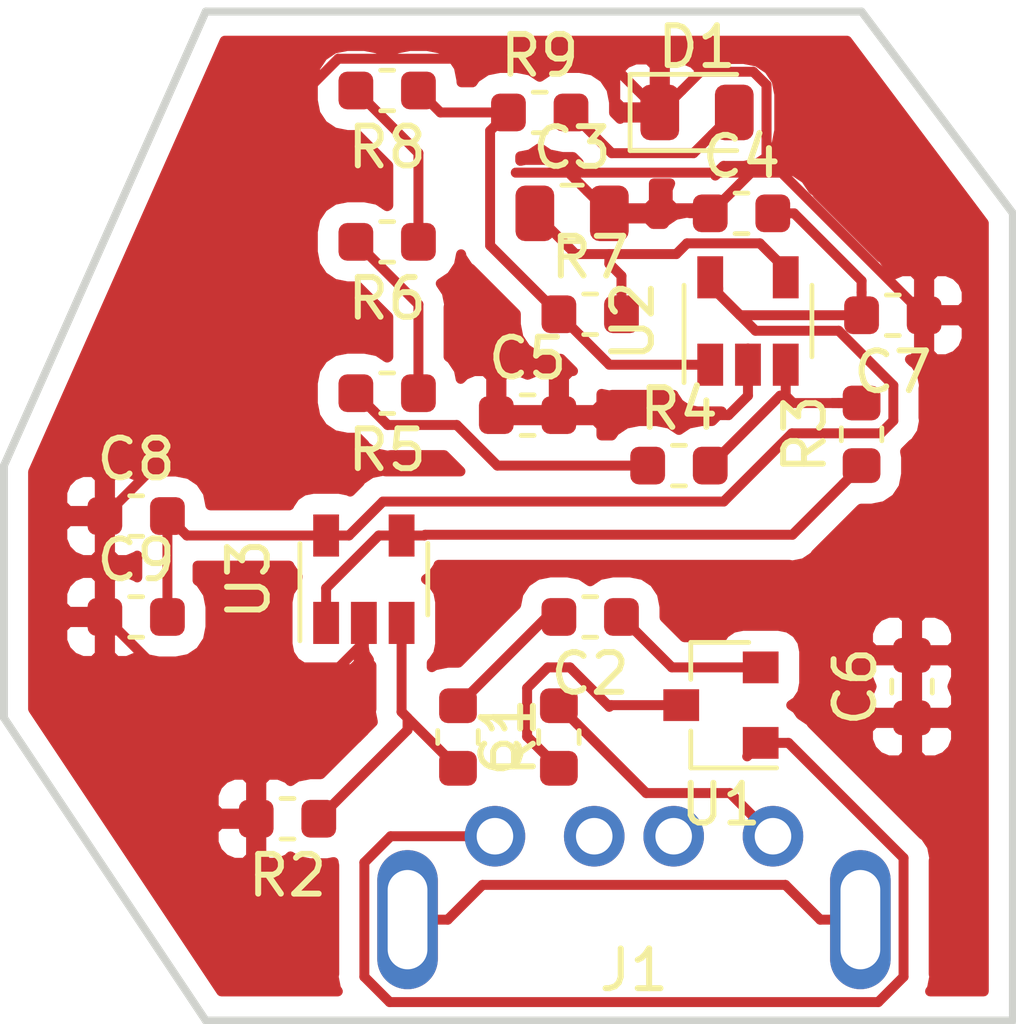
<source format=kicad_pcb>
(kicad_pcb (version 20171130) (host pcbnew "(5.0.2)-1")

  (general
    (thickness 1.6)
    (drawings 7)
    (tracks 146)
    (zones 0)
    (modules 23)
    (nets 20)
  )

  (page A4)
  (layers
    (0 F.Cu signal)
    (31 B.Cu signal)
    (32 B.Adhes user)
    (33 F.Adhes user)
    (34 B.Paste user)
    (35 F.Paste user)
    (36 B.SilkS user)
    (37 F.SilkS user hide)
    (38 B.Mask user)
    (39 F.Mask user)
    (40 Dwgs.User user)
    (41 Cmts.User user)
    (42 Eco1.User user)
    (43 Eco2.User user)
    (44 Edge.Cuts user)
    (45 Margin user)
    (46 B.CrtYd user)
    (47 F.CrtYd user)
    (48 B.Fab user)
    (49 F.Fab user)
  )

  (setup
    (last_trace_width 0.25)
    (trace_clearance 0.2)
    (zone_clearance 0.508)
    (zone_45_only no)
    (trace_min 0.2)
    (segment_width 0.2)
    (edge_width 0.15)
    (via_size 0.8)
    (via_drill 0.4)
    (via_min_size 0.4)
    (via_min_drill 0.3)
    (uvia_size 0.3)
    (uvia_drill 0.1)
    (uvias_allowed no)
    (uvia_min_size 0.2)
    (uvia_min_drill 0.1)
    (pcb_text_width 0.3)
    (pcb_text_size 1.5 1.5)
    (mod_edge_width 0.15)
    (mod_text_size 1 1)
    (mod_text_width 0.15)
    (pad_size 1.524 1.524)
    (pad_drill 0.762)
    (pad_to_mask_clearance 0.051)
    (solder_mask_min_width 0.25)
    (aux_axis_origin 0 0)
    (visible_elements 7FFFFFFF)
    (pcbplotparams
      (layerselection 0x010fc_ffffffff)
      (usegerberextensions false)
      (usegerberattributes false)
      (usegerberadvancedattributes false)
      (creategerberjobfile false)
      (excludeedgelayer true)
      (linewidth 0.100000)
      (plotframeref false)
      (viasonmask false)
      (mode 1)
      (useauxorigin false)
      (hpglpennumber 1)
      (hpglpenspeed 20)
      (hpglpendiameter 15.000000)
      (psnegative false)
      (psa4output false)
      (plotreference true)
      (plotvalue true)
      (plotinvisibletext false)
      (padsonsilk false)
      (subtractmaskfromsilk false)
      (outputformat 1)
      (mirror false)
      (drillshape 1)
      (scaleselection 1)
      (outputdirectory ""))
  )

  (net 0 "")
  (net 1 GND)
  (net 2 "Net-(C1-Pad1)")
  (net 3 "Net-(C2-Pad1)")
  (net 4 "Net-(C3-Pad1)")
  (net 5 +3V3)
  (net 6 "Net-(D1-Pad2)")
  (net 7 "Net-(J1-Pad2)")
  (net 8 "Net-(J1-Pad3)")
  (net 9 "Net-(J1-Pad5)")
  (net 10 "Net-(R1-Pad2)")
  (net 11 "Net-(R3-Pad2)")
  (net 12 "Net-(R4-Pad1)")
  (net 13 "Net-(R5-Pad1)")
  (net 14 "Net-(R6-Pad1)")
  (net 15 "Net-(R7-Pad1)")
  (net 16 "Net-(C1-Pad2)")
  (net 17 "Net-(C2-Pad2)")
  (net 18 "Net-(J1-Pad4)")
  (net 19 "Net-(R3-Pad1)")

  (net_class Default "This is the default net class."
    (clearance 0.2)
    (trace_width 0.25)
    (via_dia 0.8)
    (via_drill 0.4)
    (uvia_dia 0.3)
    (uvia_drill 0.1)
    (add_net +3V3)
    (add_net GND)
    (add_net "Net-(C1-Pad1)")
    (add_net "Net-(C1-Pad2)")
    (add_net "Net-(C2-Pad1)")
    (add_net "Net-(C2-Pad2)")
    (add_net "Net-(C3-Pad1)")
    (add_net "Net-(D1-Pad2)")
    (add_net "Net-(J1-Pad2)")
    (add_net "Net-(J1-Pad3)")
    (add_net "Net-(J1-Pad4)")
    (add_net "Net-(J1-Pad5)")
    (add_net "Net-(R1-Pad2)")
    (add_net "Net-(R3-Pad1)")
    (add_net "Net-(R3-Pad2)")
    (add_net "Net-(R4-Pad1)")
    (add_net "Net-(R5-Pad1)")
    (add_net "Net-(R6-Pad1)")
    (add_net "Net-(R7-Pad1)")
  )

  (module Resistor_SMD:R_0603_1608Metric (layer F.Cu) (tedit 5B301BBD) (tstamp 5C79C79D)
    (at 81.7625 104.14)
    (descr "Resistor SMD 0603 (1608 Metric), square (rectangular) end terminal, IPC_7351 nominal, (Body size source: http://www.tortai-tech.com/upload/download/2011102023233369053.pdf), generated with kicad-footprint-generator")
    (tags resistor)
    (path /5C60A235)
    (attr smd)
    (fp_text reference R4 (at 0 -1.43) (layer F.SilkS)
      (effects (font (size 1 1) (thickness 0.15)))
    )
    (fp_text value 30.1 (at 0 1.43) (layer F.Fab)
      (effects (font (size 1 1) (thickness 0.15)))
    )
    (fp_line (start -0.8 0.4) (end -0.8 -0.4) (layer F.Fab) (width 0.1))
    (fp_line (start -0.8 -0.4) (end 0.8 -0.4) (layer F.Fab) (width 0.1))
    (fp_line (start 0.8 -0.4) (end 0.8 0.4) (layer F.Fab) (width 0.1))
    (fp_line (start 0.8 0.4) (end -0.8 0.4) (layer F.Fab) (width 0.1))
    (fp_line (start -0.162779 -0.51) (end 0.162779 -0.51) (layer F.SilkS) (width 0.12))
    (fp_line (start -0.162779 0.51) (end 0.162779 0.51) (layer F.SilkS) (width 0.12))
    (fp_line (start -1.48 0.73) (end -1.48 -0.73) (layer F.CrtYd) (width 0.05))
    (fp_line (start -1.48 -0.73) (end 1.48 -0.73) (layer F.CrtYd) (width 0.05))
    (fp_line (start 1.48 -0.73) (end 1.48 0.73) (layer F.CrtYd) (width 0.05))
    (fp_line (start 1.48 0.73) (end -1.48 0.73) (layer F.CrtYd) (width 0.05))
    (fp_text user %R (at 0 0) (layer F.Fab)
      (effects (font (size 0.4 0.4) (thickness 0.06)))
    )
    (pad 1 smd roundrect (at -0.7875 0) (size 0.875 0.95) (layers F.Cu F.Paste F.Mask) (roundrect_rratio 0.25)
      (net 12 "Net-(R4-Pad1)"))
    (pad 2 smd roundrect (at 0.7875 0) (size 0.875 0.95) (layers F.Cu F.Paste F.Mask) (roundrect_rratio 0.25)
      (net 11 "Net-(R3-Pad2)"))
    (model ${KISYS3DMOD}/Resistor_SMD.3dshapes/R_0603_1608Metric.wrl
      (at (xyz 0 0 0))
      (scale (xyz 1 1 1))
      (rotate (xyz 0 0 0))
    )
  )

  (module Capacitor_SMD:C_0603_1608Metric (layer F.Cu) (tedit 5B301BBE) (tstamp 5C79C718)
    (at 77.9525 102.87)
    (descr "Capacitor SMD 0603 (1608 Metric), square (rectangular) end terminal, IPC_7351 nominal, (Body size source: http://www.tortai-tech.com/upload/download/2011102023233369053.pdf), generated with kicad-footprint-generator")
    (tags capacitor)
    (path /5C5B957F)
    (attr smd)
    (fp_text reference C5 (at 0 -1.43) (layer F.SilkS)
      (effects (font (size 1 1) (thickness 0.15)))
    )
    (fp_text value ".1 u" (at 0 1.43) (layer F.Fab)
      (effects (font (size 1 1) (thickness 0.15)))
    )
    (fp_text user %R (at 0 0) (layer F.Fab)
      (effects (font (size 0.4 0.4) (thickness 0.06)))
    )
    (fp_line (start 1.48 0.73) (end -1.48 0.73) (layer F.CrtYd) (width 0.05))
    (fp_line (start 1.48 -0.73) (end 1.48 0.73) (layer F.CrtYd) (width 0.05))
    (fp_line (start -1.48 -0.73) (end 1.48 -0.73) (layer F.CrtYd) (width 0.05))
    (fp_line (start -1.48 0.73) (end -1.48 -0.73) (layer F.CrtYd) (width 0.05))
    (fp_line (start -0.162779 0.51) (end 0.162779 0.51) (layer F.SilkS) (width 0.12))
    (fp_line (start -0.162779 -0.51) (end 0.162779 -0.51) (layer F.SilkS) (width 0.12))
    (fp_line (start 0.8 0.4) (end -0.8 0.4) (layer F.Fab) (width 0.1))
    (fp_line (start 0.8 -0.4) (end 0.8 0.4) (layer F.Fab) (width 0.1))
    (fp_line (start -0.8 -0.4) (end 0.8 -0.4) (layer F.Fab) (width 0.1))
    (fp_line (start -0.8 0.4) (end -0.8 -0.4) (layer F.Fab) (width 0.1))
    (pad 2 smd roundrect (at 0.7875 0) (size 0.875 0.95) (layers F.Cu F.Paste F.Mask) (roundrect_rratio 0.25)
      (net 1 GND))
    (pad 1 smd roundrect (at -0.7875 0) (size 0.875 0.95) (layers F.Cu F.Paste F.Mask) (roundrect_rratio 0.25)
      (net 1 GND))
    (model ${KISYS3DMOD}/Capacitor_SMD.3dshapes/C_0603_1608Metric.wrl
      (at (xyz 0 0 0))
      (scale (xyz 1 1 1))
      (rotate (xyz 0 0 0))
    )
  )

  (module Capacitor_SMD:C_0603_1608Metric (layer F.Cu) (tedit 5B301BBE) (tstamp 5C79C6D4)
    (at 78.74 110.9725 90)
    (descr "Capacitor SMD 0603 (1608 Metric), square (rectangular) end terminal, IPC_7351 nominal, (Body size source: http://www.tortai-tech.com/upload/download/2011102023233369053.pdf), generated with kicad-footprint-generator")
    (tags capacitor)
    (path /5C60CF5C)
    (attr smd)
    (fp_text reference C1 (at 0 -1.43 90) (layer F.SilkS)
      (effects (font (size 1 1) (thickness 0.15)))
    )
    (fp_text value "1 u" (at 0 1.43 90) (layer F.Fab)
      (effects (font (size 1 1) (thickness 0.15)))
    )
    (fp_text user %R (at 0 0 90) (layer F.Fab)
      (effects (font (size 0.4 0.4) (thickness 0.06)))
    )
    (fp_line (start 1.48 0.73) (end -1.48 0.73) (layer F.CrtYd) (width 0.05))
    (fp_line (start 1.48 -0.73) (end 1.48 0.73) (layer F.CrtYd) (width 0.05))
    (fp_line (start -1.48 -0.73) (end 1.48 -0.73) (layer F.CrtYd) (width 0.05))
    (fp_line (start -1.48 0.73) (end -1.48 -0.73) (layer F.CrtYd) (width 0.05))
    (fp_line (start -0.162779 0.51) (end 0.162779 0.51) (layer F.SilkS) (width 0.12))
    (fp_line (start -0.162779 -0.51) (end 0.162779 -0.51) (layer F.SilkS) (width 0.12))
    (fp_line (start 0.8 0.4) (end -0.8 0.4) (layer F.Fab) (width 0.1))
    (fp_line (start 0.8 -0.4) (end 0.8 0.4) (layer F.Fab) (width 0.1))
    (fp_line (start -0.8 -0.4) (end 0.8 -0.4) (layer F.Fab) (width 0.1))
    (fp_line (start -0.8 0.4) (end -0.8 -0.4) (layer F.Fab) (width 0.1))
    (pad 2 smd roundrect (at 0.7875 0 90) (size 0.875 0.95) (layers F.Cu F.Paste F.Mask) (roundrect_rratio 0.25)
      (net 16 "Net-(C1-Pad2)"))
    (pad 1 smd roundrect (at -0.7875 0 90) (size 0.875 0.95) (layers F.Cu F.Paste F.Mask) (roundrect_rratio 0.25)
      (net 2 "Net-(C1-Pad1)"))
    (model ${KISYS3DMOD}/Capacitor_SMD.3dshapes/C_0603_1608Metric.wrl
      (at (xyz 0 0 0))
      (scale (xyz 1 1 1))
      (rotate (xyz 0 0 0))
    )
  )

  (module Capacitor_SMD:C_0603_1608Metric (layer F.Cu) (tedit 5B301BBE) (tstamp 5C79C6E5)
    (at 79.5275 107.95 180)
    (descr "Capacitor SMD 0603 (1608 Metric), square (rectangular) end terminal, IPC_7351 nominal, (Body size source: http://www.tortai-tech.com/upload/download/2011102023233369053.pdf), generated with kicad-footprint-generator")
    (tags capacitor)
    (path /5C60CFBA)
    (attr smd)
    (fp_text reference C2 (at 0 -1.43 180) (layer F.SilkS)
      (effects (font (size 1 1) (thickness 0.15)))
    )
    (fp_text value "1 u" (at 0 1.43 180) (layer F.Fab)
      (effects (font (size 1 1) (thickness 0.15)))
    )
    (fp_line (start -0.8 0.4) (end -0.8 -0.4) (layer F.Fab) (width 0.1))
    (fp_line (start -0.8 -0.4) (end 0.8 -0.4) (layer F.Fab) (width 0.1))
    (fp_line (start 0.8 -0.4) (end 0.8 0.4) (layer F.Fab) (width 0.1))
    (fp_line (start 0.8 0.4) (end -0.8 0.4) (layer F.Fab) (width 0.1))
    (fp_line (start -0.162779 -0.51) (end 0.162779 -0.51) (layer F.SilkS) (width 0.12))
    (fp_line (start -0.162779 0.51) (end 0.162779 0.51) (layer F.SilkS) (width 0.12))
    (fp_line (start -1.48 0.73) (end -1.48 -0.73) (layer F.CrtYd) (width 0.05))
    (fp_line (start -1.48 -0.73) (end 1.48 -0.73) (layer F.CrtYd) (width 0.05))
    (fp_line (start 1.48 -0.73) (end 1.48 0.73) (layer F.CrtYd) (width 0.05))
    (fp_line (start 1.48 0.73) (end -1.48 0.73) (layer F.CrtYd) (width 0.05))
    (fp_text user %R (at 0 0 180) (layer F.Fab)
      (effects (font (size 0.4 0.4) (thickness 0.06)))
    )
    (pad 1 smd roundrect (at -0.7875 0 180) (size 0.875 0.95) (layers F.Cu F.Paste F.Mask) (roundrect_rratio 0.25)
      (net 3 "Net-(C2-Pad1)"))
    (pad 2 smd roundrect (at 0.7875 0 180) (size 0.875 0.95) (layers F.Cu F.Paste F.Mask) (roundrect_rratio 0.25)
      (net 17 "Net-(C2-Pad2)"))
    (model ${KISYS3DMOD}/Capacitor_SMD.3dshapes/C_0603_1608Metric.wrl
      (at (xyz 0 0 0))
      (scale (xyz 1 1 1))
      (rotate (xyz 0 0 0))
    )
  )

  (module Capacitor_SMD:C_0805_2012Metric (layer F.Cu) (tedit 5B36C52B) (tstamp 5C79C6F6)
    (at 79.0725 97.79)
    (descr "Capacitor SMD 0805 (2012 Metric), square (rectangular) end terminal, IPC_7351 nominal, (Body size source: https://docs.google.com/spreadsheets/d/1BsfQQcO9C6DZCsRaXUlFlo91Tg2WpOkGARC1WS5S8t0/edit?usp=sharing), generated with kicad-footprint-generator")
    (tags capacitor)
    (path /5C5748D4)
    (attr smd)
    (fp_text reference C3 (at 0 -1.65) (layer F.SilkS)
      (effects (font (size 1 1) (thickness 0.15)))
    )
    (fp_text value "10 u" (at 0 1.65) (layer F.Fab)
      (effects (font (size 1 1) (thickness 0.15)))
    )
    (fp_line (start -1 0.6) (end -1 -0.6) (layer F.Fab) (width 0.1))
    (fp_line (start -1 -0.6) (end 1 -0.6) (layer F.Fab) (width 0.1))
    (fp_line (start 1 -0.6) (end 1 0.6) (layer F.Fab) (width 0.1))
    (fp_line (start 1 0.6) (end -1 0.6) (layer F.Fab) (width 0.1))
    (fp_line (start -0.258578 -0.71) (end 0.258578 -0.71) (layer F.SilkS) (width 0.12))
    (fp_line (start -0.258578 0.71) (end 0.258578 0.71) (layer F.SilkS) (width 0.12))
    (fp_line (start -1.68 0.95) (end -1.68 -0.95) (layer F.CrtYd) (width 0.05))
    (fp_line (start -1.68 -0.95) (end 1.68 -0.95) (layer F.CrtYd) (width 0.05))
    (fp_line (start 1.68 -0.95) (end 1.68 0.95) (layer F.CrtYd) (width 0.05))
    (fp_line (start 1.68 0.95) (end -1.68 0.95) (layer F.CrtYd) (width 0.05))
    (fp_text user %R (at 0 0) (layer F.Fab)
      (effects (font (size 0.5 0.5) (thickness 0.08)))
    )
    (pad 1 smd roundrect (at -0.9375 0) (size 0.975 1.4) (layers F.Cu F.Paste F.Mask) (roundrect_rratio 0.25)
      (net 4 "Net-(C3-Pad1)"))
    (pad 2 smd roundrect (at 0.9375 0) (size 0.975 1.4) (layers F.Cu F.Paste F.Mask) (roundrect_rratio 0.25)
      (net 1 GND))
    (model ${KISYS3DMOD}/Capacitor_SMD.3dshapes/C_0805_2012Metric.wrl
      (at (xyz 0 0 0))
      (scale (xyz 1 1 1))
      (rotate (xyz 0 0 0))
    )
  )

  (module Capacitor_SMD:C_0603_1608Metric (layer F.Cu) (tedit 5B301BBE) (tstamp 5C79C707)
    (at 83.3375 97.79)
    (descr "Capacitor SMD 0603 (1608 Metric), square (rectangular) end terminal, IPC_7351 nominal, (Body size source: http://www.tortai-tech.com/upload/download/2011102023233369053.pdf), generated with kicad-footprint-generator")
    (tags capacitor)
    (path /5C5B9395)
    (attr smd)
    (fp_text reference C4 (at 0 -1.43) (layer F.SilkS)
      (effects (font (size 1 1) (thickness 0.15)))
    )
    (fp_text value ".1 u" (at 0 1.43) (layer F.Fab)
      (effects (font (size 1 1) (thickness 0.15)))
    )
    (fp_text user %R (at 0 0) (layer F.Fab)
      (effects (font (size 0.4 0.4) (thickness 0.06)))
    )
    (fp_line (start 1.48 0.73) (end -1.48 0.73) (layer F.CrtYd) (width 0.05))
    (fp_line (start 1.48 -0.73) (end 1.48 0.73) (layer F.CrtYd) (width 0.05))
    (fp_line (start -1.48 -0.73) (end 1.48 -0.73) (layer F.CrtYd) (width 0.05))
    (fp_line (start -1.48 0.73) (end -1.48 -0.73) (layer F.CrtYd) (width 0.05))
    (fp_line (start -0.162779 0.51) (end 0.162779 0.51) (layer F.SilkS) (width 0.12))
    (fp_line (start -0.162779 -0.51) (end 0.162779 -0.51) (layer F.SilkS) (width 0.12))
    (fp_line (start 0.8 0.4) (end -0.8 0.4) (layer F.Fab) (width 0.1))
    (fp_line (start 0.8 -0.4) (end 0.8 0.4) (layer F.Fab) (width 0.1))
    (fp_line (start -0.8 -0.4) (end 0.8 -0.4) (layer F.Fab) (width 0.1))
    (fp_line (start -0.8 0.4) (end -0.8 -0.4) (layer F.Fab) (width 0.1))
    (pad 2 smd roundrect (at 0.7875 0) (size 0.875 0.95) (layers F.Cu F.Paste F.Mask) (roundrect_rratio 0.25)
      (net 5 +3V3))
    (pad 1 smd roundrect (at -0.7875 0) (size 0.875 0.95) (layers F.Cu F.Paste F.Mask) (roundrect_rratio 0.25)
      (net 1 GND))
    (model ${KISYS3DMOD}/Capacitor_SMD.3dshapes/C_0603_1608Metric.wrl
      (at (xyz 0 0 0))
      (scale (xyz 1 1 1))
      (rotate (xyz 0 0 0))
    )
  )

  (module Capacitor_SMD:C_0603_1608Metric (layer F.Cu) (tedit 5C611BF2) (tstamp 5C79C729)
    (at 87.63 109.7025 90)
    (descr "Capacitor SMD 0603 (1608 Metric), square (rectangular) end terminal, IPC_7351 nominal, (Body size source: http://www.tortai-tech.com/upload/download/2011102023233369053.pdf), generated with kicad-footprint-generator")
    (tags capacitor)
    (path /5C5B96E3)
    (attr smd)
    (fp_text reference C6 (at 0 -1.43 90) (layer F.SilkS)
      (effects (font (size 1 1) (thickness 0.15)))
    )
    (fp_text value "1 n" (at 0 1.43 90) (layer F.Fab)
      (effects (font (size 1 1) (thickness 0.15)))
    )
    (fp_line (start -0.8 0.4) (end -0.8 -0.4) (layer F.Fab) (width 0.1))
    (fp_line (start -0.8 -0.4) (end 0.8 -0.4) (layer F.Fab) (width 0.1))
    (fp_line (start 0.8 -0.4) (end 0.8 0.4) (layer F.Fab) (width 0.1))
    (fp_line (start 0.8 0.4) (end -0.8 0.4) (layer F.Fab) (width 0.1))
    (fp_line (start -0.162779 -0.51) (end 0.162779 -0.51) (layer F.SilkS) (width 0.12))
    (fp_line (start -0.162779 0.51) (end 0.162779 0.51) (layer F.SilkS) (width 0.12))
    (fp_line (start -1.48 0.73) (end -1.48 -0.73) (layer F.CrtYd) (width 0.05))
    (fp_line (start -1.48 -0.73) (end 1.48 -0.73) (layer F.CrtYd) (width 0.05))
    (fp_line (start 1.48 -0.73) (end 1.48 0.73) (layer F.CrtYd) (width 0.05))
    (fp_line (start 1.48 0.73) (end -1.48 0.73) (layer F.CrtYd) (width 0.05))
    (fp_text user %R (at 0 0 90) (layer F.Fab)
      (effects (font (size 0.4 0.4) (thickness 0.06)))
    )
    (pad 1 smd roundrect (at -0.7875 0 90) (size 0.875 0.95) (layers F.Cu F.Paste F.Mask) (roundrect_rratio 0.25)
      (net 1 GND))
    (pad 2 smd roundrect (at 0.7875 0 90) (size 0.875 0.95) (layers F.Cu F.Paste F.Mask) (roundrect_rratio 0.25)
      (net 1 GND))
    (model ${KISYS3DMOD}/Capacitor_SMD.3dshapes/C_0603_1608Metric.wrl
      (at (xyz 0 0 0))
      (scale (xyz 1 1 1))
      (rotate (xyz 0 0 0))
    )
  )

  (module Capacitor_SMD:C_0603_1608Metric (layer F.Cu) (tedit 5B301BBE) (tstamp 5C79C73A)
    (at 87.1475 100.355001 180)
    (descr "Capacitor SMD 0603 (1608 Metric), square (rectangular) end terminal, IPC_7351 nominal, (Body size source: http://www.tortai-tech.com/upload/download/2011102023233369053.pdf), generated with kicad-footprint-generator")
    (tags capacitor)
    (path /5C5B9521)
    (attr smd)
    (fp_text reference C7 (at 0 -1.43 180) (layer F.SilkS)
      (effects (font (size 1 1) (thickness 0.15)))
    )
    (fp_text value "1 n" (at 0 1.43 180) (layer F.Fab)
      (effects (font (size 1 1) (thickness 0.15)))
    )
    (fp_line (start -0.8 0.4) (end -0.8 -0.4) (layer F.Fab) (width 0.1))
    (fp_line (start -0.8 -0.4) (end 0.8 -0.4) (layer F.Fab) (width 0.1))
    (fp_line (start 0.8 -0.4) (end 0.8 0.4) (layer F.Fab) (width 0.1))
    (fp_line (start 0.8 0.4) (end -0.8 0.4) (layer F.Fab) (width 0.1))
    (fp_line (start -0.162779 -0.51) (end 0.162779 -0.51) (layer F.SilkS) (width 0.12))
    (fp_line (start -0.162779 0.51) (end 0.162779 0.51) (layer F.SilkS) (width 0.12))
    (fp_line (start -1.48 0.73) (end -1.48 -0.73) (layer F.CrtYd) (width 0.05))
    (fp_line (start -1.48 -0.73) (end 1.48 -0.73) (layer F.CrtYd) (width 0.05))
    (fp_line (start 1.48 -0.73) (end 1.48 0.73) (layer F.CrtYd) (width 0.05))
    (fp_line (start 1.48 0.73) (end -1.48 0.73) (layer F.CrtYd) (width 0.05))
    (fp_text user %R (at 0 0 180) (layer F.Fab)
      (effects (font (size 0.4 0.4) (thickness 0.06)))
    )
    (pad 1 smd roundrect (at -0.7875 0 180) (size 0.875 0.95) (layers F.Cu F.Paste F.Mask) (roundrect_rratio 0.25)
      (net 1 GND))
    (pad 2 smd roundrect (at 0.7875 0 180) (size 0.875 0.95) (layers F.Cu F.Paste F.Mask) (roundrect_rratio 0.25)
      (net 5 +3V3))
    (model ${KISYS3DMOD}/Capacitor_SMD.3dshapes/C_0603_1608Metric.wrl
      (at (xyz 0 0 0))
      (scale (xyz 1 1 1))
      (rotate (xyz 0 0 0))
    )
  )

  (module LED_SMD:LED_0805_2012Metric (layer F.Cu) (tedit 5B36C52C) (tstamp 5C79C74D)
    (at 82.2175 95.25)
    (descr "LED SMD 0805 (2012 Metric), square (rectangular) end terminal, IPC_7351 nominal, (Body size source: https://docs.google.com/spreadsheets/d/1BsfQQcO9C6DZCsRaXUlFlo91Tg2WpOkGARC1WS5S8t0/edit?usp=sharing), generated with kicad-footprint-generator")
    (tags diode)
    (path /5C5742E3)
    (attr smd)
    (fp_text reference D1 (at 0 -1.65) (layer F.SilkS)
      (effects (font (size 1 1) (thickness 0.15)))
    )
    (fp_text value LED (at 0 1.65) (layer F.Fab)
      (effects (font (size 1 1) (thickness 0.15)))
    )
    (fp_line (start 1 -0.6) (end -0.7 -0.6) (layer F.Fab) (width 0.1))
    (fp_line (start -0.7 -0.6) (end -1 -0.3) (layer F.Fab) (width 0.1))
    (fp_line (start -1 -0.3) (end -1 0.6) (layer F.Fab) (width 0.1))
    (fp_line (start -1 0.6) (end 1 0.6) (layer F.Fab) (width 0.1))
    (fp_line (start 1 0.6) (end 1 -0.6) (layer F.Fab) (width 0.1))
    (fp_line (start 1 -0.96) (end -1.685 -0.96) (layer F.SilkS) (width 0.12))
    (fp_line (start -1.685 -0.96) (end -1.685 0.96) (layer F.SilkS) (width 0.12))
    (fp_line (start -1.685 0.96) (end 1 0.96) (layer F.SilkS) (width 0.12))
    (fp_line (start -1.68 0.95) (end -1.68 -0.95) (layer F.CrtYd) (width 0.05))
    (fp_line (start -1.68 -0.95) (end 1.68 -0.95) (layer F.CrtYd) (width 0.05))
    (fp_line (start 1.68 -0.95) (end 1.68 0.95) (layer F.CrtYd) (width 0.05))
    (fp_line (start 1.68 0.95) (end -1.68 0.95) (layer F.CrtYd) (width 0.05))
    (fp_text user %R (at 0 0) (layer F.Fab)
      (effects (font (size 0.5 0.5) (thickness 0.08)))
    )
    (pad 1 smd roundrect (at -0.9375 0) (size 0.975 1.4) (layers F.Cu F.Paste F.Mask) (roundrect_rratio 0.25)
      (net 1 GND))
    (pad 2 smd roundrect (at 0.9375 0) (size 0.975 1.4) (layers F.Cu F.Paste F.Mask) (roundrect_rratio 0.25)
      (net 6 "Net-(D1-Pad2)"))
    (model ${KISYS3DMOD}/LED_SMD.3dshapes/LED_0805_2012Metric.wrl
      (at (xyz 0 0 0))
      (scale (xyz 1 1 1))
      (rotate (xyz 0 0 0))
    )
  )

  (module Custom:USBA (layer F.Cu) (tedit 5C60FACC) (tstamp 5C79C759)
    (at 80.63 115.57)
    (path /5C60A930)
    (fp_text reference J1 (at 0 1.27) (layer F.SilkS)
      (effects (font (size 1 1) (thickness 0.15)))
    )
    (fp_text value USB_A (at 0 -0.5) (layer F.Fab)
      (effects (font (size 1 1) (thickness 0.15)))
    )
    (pad 1 thru_hole circle (at 3.5 -2.1) (size 1.524 1.524) (drill 0.92) (layers *.Cu *.Mask)
      (net 16 "Net-(C1-Pad2)") (zone_connect 1))
    (pad 2 thru_hole circle (at 1 -2.1) (size 1.524 1.524) (drill 0.92) (layers *.Cu *.Mask)
      (net 7 "Net-(J1-Pad2)") (zone_connect 1))
    (pad 3 thru_hole circle (at -1 -2.1) (size 1.524 1.524) (drill 0.92) (layers *.Cu *.Mask)
      (net 8 "Net-(J1-Pad3)") (zone_connect 1))
    (pad 4 thru_hole circle (at -3.5 -2.1) (size 1.524 1.524) (drill 0.92) (layers *.Cu *.Mask)
      (net 18 "Net-(J1-Pad4)") (zone_connect 1))
    (pad 5 thru_hole oval (at -5.7 0) (size 1.524 3.5) (drill oval 1 2.5) (layers *.Cu *.Mask)
      (net 9 "Net-(J1-Pad5)") (zone_connect 1))
    (pad 5 thru_hole oval (at 5.7 0) (size 1.524 3.5) (drill oval 1 2.5) (layers *.Cu *.Mask)
      (net 9 "Net-(J1-Pad5)") (zone_connect 1))
    (pad "" np_thru_hole circle (at -2.25 0) (size 1.1 1.1) (drill 1.1) (layers *.Cu *.Mask))
    (pad "" np_thru_hole circle (at 2.25 0) (size 1.1 1.1) (drill 1.1) (layers *.Cu *.Mask))
  )

  (module Resistor_SMD:R_0603_1608Metric (layer F.Cu) (tedit 5B301BBD) (tstamp 5C79C76A)
    (at 76.2 110.9725 270)
    (descr "Resistor SMD 0603 (1608 Metric), square (rectangular) end terminal, IPC_7351 nominal, (Body size source: http://www.tortai-tech.com/upload/download/2011102023233369053.pdf), generated with kicad-footprint-generator")
    (tags resistor)
    (path /5C5BA82F)
    (attr smd)
    (fp_text reference R1 (at 0 -1.43 270) (layer F.SilkS)
      (effects (font (size 1 1) (thickness 0.15)))
    )
    (fp_text value "4.02 k" (at 0 1.43 270) (layer F.Fab)
      (effects (font (size 1 1) (thickness 0.15)))
    )
    (fp_line (start -0.8 0.4) (end -0.8 -0.4) (layer F.Fab) (width 0.1))
    (fp_line (start -0.8 -0.4) (end 0.8 -0.4) (layer F.Fab) (width 0.1))
    (fp_line (start 0.8 -0.4) (end 0.8 0.4) (layer F.Fab) (width 0.1))
    (fp_line (start 0.8 0.4) (end -0.8 0.4) (layer F.Fab) (width 0.1))
    (fp_line (start -0.162779 -0.51) (end 0.162779 -0.51) (layer F.SilkS) (width 0.12))
    (fp_line (start -0.162779 0.51) (end 0.162779 0.51) (layer F.SilkS) (width 0.12))
    (fp_line (start -1.48 0.73) (end -1.48 -0.73) (layer F.CrtYd) (width 0.05))
    (fp_line (start -1.48 -0.73) (end 1.48 -0.73) (layer F.CrtYd) (width 0.05))
    (fp_line (start 1.48 -0.73) (end 1.48 0.73) (layer F.CrtYd) (width 0.05))
    (fp_line (start 1.48 0.73) (end -1.48 0.73) (layer F.CrtYd) (width 0.05))
    (fp_text user %R (at 0 0 270) (layer F.Fab)
      (effects (font (size 0.4 0.4) (thickness 0.06)))
    )
    (pad 1 smd roundrect (at -0.7875 0 270) (size 0.875 0.95) (layers F.Cu F.Paste F.Mask) (roundrect_rratio 0.25)
      (net 17 "Net-(C2-Pad2)"))
    (pad 2 smd roundrect (at 0.7875 0 270) (size 0.875 0.95) (layers F.Cu F.Paste F.Mask) (roundrect_rratio 0.25)
      (net 10 "Net-(R1-Pad2)"))
    (model ${KISYS3DMOD}/Resistor_SMD.3dshapes/R_0603_1608Metric.wrl
      (at (xyz 0 0 0))
      (scale (xyz 1 1 1))
      (rotate (xyz 0 0 0))
    )
  )

  (module Resistor_SMD:R_0603_1608Metric (layer F.Cu) (tedit 5B301BBD) (tstamp 5C79C77B)
    (at 71.9075 113.03 180)
    (descr "Resistor SMD 0603 (1608 Metric), square (rectangular) end terminal, IPC_7351 nominal, (Body size source: http://www.tortai-tech.com/upload/download/2011102023233369053.pdf), generated with kicad-footprint-generator")
    (tags resistor)
    (path /5C5BAC56)
    (attr smd)
    (fp_text reference R2 (at 0 -1.43 180) (layer F.SilkS)
      (effects (font (size 1 1) (thickness 0.15)))
    )
    (fp_text value "4.02 k" (at 0 1.43 180) (layer F.Fab)
      (effects (font (size 1 1) (thickness 0.15)))
    )
    (fp_text user %R (at 0 0 180) (layer F.Fab)
      (effects (font (size 0.4 0.4) (thickness 0.06)))
    )
    (fp_line (start 1.48 0.73) (end -1.48 0.73) (layer F.CrtYd) (width 0.05))
    (fp_line (start 1.48 -0.73) (end 1.48 0.73) (layer F.CrtYd) (width 0.05))
    (fp_line (start -1.48 -0.73) (end 1.48 -0.73) (layer F.CrtYd) (width 0.05))
    (fp_line (start -1.48 0.73) (end -1.48 -0.73) (layer F.CrtYd) (width 0.05))
    (fp_line (start -0.162779 0.51) (end 0.162779 0.51) (layer F.SilkS) (width 0.12))
    (fp_line (start -0.162779 -0.51) (end 0.162779 -0.51) (layer F.SilkS) (width 0.12))
    (fp_line (start 0.8 0.4) (end -0.8 0.4) (layer F.Fab) (width 0.1))
    (fp_line (start 0.8 -0.4) (end 0.8 0.4) (layer F.Fab) (width 0.1))
    (fp_line (start -0.8 -0.4) (end 0.8 -0.4) (layer F.Fab) (width 0.1))
    (fp_line (start -0.8 0.4) (end -0.8 -0.4) (layer F.Fab) (width 0.1))
    (pad 2 smd roundrect (at 0.7875 0 180) (size 0.875 0.95) (layers F.Cu F.Paste F.Mask) (roundrect_rratio 0.25)
      (net 1 GND))
    (pad 1 smd roundrect (at -0.7875 0 180) (size 0.875 0.95) (layers F.Cu F.Paste F.Mask) (roundrect_rratio 0.25)
      (net 10 "Net-(R1-Pad2)"))
    (model ${KISYS3DMOD}/Resistor_SMD.3dshapes/R_0603_1608Metric.wrl
      (at (xyz 0 0 0))
      (scale (xyz 1 1 1))
      (rotate (xyz 0 0 0))
    )
  )

  (module Resistor_SMD:R_0603_1608Metric (layer F.Cu) (tedit 5B301BBD) (tstamp 5C79C78C)
    (at 86.36 103.3525 90)
    (descr "Resistor SMD 0603 (1608 Metric), square (rectangular) end terminal, IPC_7351 nominal, (Body size source: http://www.tortai-tech.com/upload/download/2011102023233369053.pdf), generated with kicad-footprint-generator")
    (tags resistor)
    (path /5C574887)
    (attr smd)
    (fp_text reference R3 (at 0 -1.43 90) (layer F.SilkS)
      (effects (font (size 1 1) (thickness 0.15)))
    )
    (fp_text value 100 (at 0 1.43 90) (layer F.Fab)
      (effects (font (size 1 1) (thickness 0.15)))
    )
    (fp_text user %R (at 0 0 90) (layer F.Fab)
      (effects (font (size 0.4 0.4) (thickness 0.06)))
    )
    (fp_line (start 1.48 0.73) (end -1.48 0.73) (layer F.CrtYd) (width 0.05))
    (fp_line (start 1.48 -0.73) (end 1.48 0.73) (layer F.CrtYd) (width 0.05))
    (fp_line (start -1.48 -0.73) (end 1.48 -0.73) (layer F.CrtYd) (width 0.05))
    (fp_line (start -1.48 0.73) (end -1.48 -0.73) (layer F.CrtYd) (width 0.05))
    (fp_line (start -0.162779 0.51) (end 0.162779 0.51) (layer F.SilkS) (width 0.12))
    (fp_line (start -0.162779 -0.51) (end 0.162779 -0.51) (layer F.SilkS) (width 0.12))
    (fp_line (start 0.8 0.4) (end -0.8 0.4) (layer F.Fab) (width 0.1))
    (fp_line (start 0.8 -0.4) (end 0.8 0.4) (layer F.Fab) (width 0.1))
    (fp_line (start -0.8 -0.4) (end 0.8 -0.4) (layer F.Fab) (width 0.1))
    (fp_line (start -0.8 0.4) (end -0.8 -0.4) (layer F.Fab) (width 0.1))
    (pad 2 smd roundrect (at 0.7875 0 90) (size 0.875 0.95) (layers F.Cu F.Paste F.Mask) (roundrect_rratio 0.25)
      (net 11 "Net-(R3-Pad2)"))
    (pad 1 smd roundrect (at -0.7875 0 90) (size 0.875 0.95) (layers F.Cu F.Paste F.Mask) (roundrect_rratio 0.25)
      (net 19 "Net-(R3-Pad1)"))
    (model ${KISYS3DMOD}/Resistor_SMD.3dshapes/R_0603_1608Metric.wrl
      (at (xyz 0 0 0))
      (scale (xyz 1 1 1))
      (rotate (xyz 0 0 0))
    )
  )

  (module Resistor_SMD:R_0603_1608Metric (layer F.Cu) (tedit 5B301BBD) (tstamp 5C79C7AE)
    (at 74.416593 102.317307 180)
    (descr "Resistor SMD 0603 (1608 Metric), square (rectangular) end terminal, IPC_7351 nominal, (Body size source: http://www.tortai-tech.com/upload/download/2011102023233369053.pdf), generated with kicad-footprint-generator")
    (tags resistor)
    (path /5C609EEA)
    (attr smd)
    (fp_text reference R5 (at 0 -1.43 180) (layer F.SilkS)
      (effects (font (size 1 1) (thickness 0.15)))
    )
    (fp_text value 20 (at 0 1.43 180) (layer F.Fab)
      (effects (font (size 1 1) (thickness 0.15)))
    )
    (fp_text user %R (at 0 0 180) (layer F.Fab)
      (effects (font (size 0.4 0.4) (thickness 0.06)))
    )
    (fp_line (start 1.48 0.73) (end -1.48 0.73) (layer F.CrtYd) (width 0.05))
    (fp_line (start 1.48 -0.73) (end 1.48 0.73) (layer F.CrtYd) (width 0.05))
    (fp_line (start -1.48 -0.73) (end 1.48 -0.73) (layer F.CrtYd) (width 0.05))
    (fp_line (start -1.48 0.73) (end -1.48 -0.73) (layer F.CrtYd) (width 0.05))
    (fp_line (start -0.162779 0.51) (end 0.162779 0.51) (layer F.SilkS) (width 0.12))
    (fp_line (start -0.162779 -0.51) (end 0.162779 -0.51) (layer F.SilkS) (width 0.12))
    (fp_line (start 0.8 0.4) (end -0.8 0.4) (layer F.Fab) (width 0.1))
    (fp_line (start 0.8 -0.4) (end 0.8 0.4) (layer F.Fab) (width 0.1))
    (fp_line (start -0.8 -0.4) (end 0.8 -0.4) (layer F.Fab) (width 0.1))
    (fp_line (start -0.8 0.4) (end -0.8 -0.4) (layer F.Fab) (width 0.1))
    (pad 2 smd roundrect (at 0.7875 0 180) (size 0.875 0.95) (layers F.Cu F.Paste F.Mask) (roundrect_rratio 0.25)
      (net 12 "Net-(R4-Pad1)"))
    (pad 1 smd roundrect (at -0.7875 0 180) (size 0.875 0.95) (layers F.Cu F.Paste F.Mask) (roundrect_rratio 0.25)
      (net 13 "Net-(R5-Pad1)"))
    (model ${KISYS3DMOD}/Resistor_SMD.3dshapes/R_0603_1608Metric.wrl
      (at (xyz 0 0 0))
      (scale (xyz 1 1 1))
      (rotate (xyz 0 0 0))
    )
  )

  (module Resistor_SMD:R_0603_1608Metric (layer F.Cu) (tedit 5B301BBD) (tstamp 5C79C7BF)
    (at 74.416593 98.507307 180)
    (descr "Resistor SMD 0603 (1608 Metric), square (rectangular) end terminal, IPC_7351 nominal, (Body size source: http://www.tortai-tech.com/upload/download/2011102023233369053.pdf), generated with kicad-footprint-generator")
    (tags resistor)
    (path /5C574774)
    (attr smd)
    (fp_text reference R6 (at 0 -1.43 180) (layer F.SilkS)
      (effects (font (size 1 1) (thickness 0.15)))
    )
    (fp_text value 158 (at 0 1.43 180) (layer F.Fab)
      (effects (font (size 1 1) (thickness 0.15)))
    )
    (fp_text user %R (at 0 0 180) (layer F.Fab)
      (effects (font (size 0.4 0.4) (thickness 0.06)))
    )
    (fp_line (start 1.48 0.73) (end -1.48 0.73) (layer F.CrtYd) (width 0.05))
    (fp_line (start 1.48 -0.73) (end 1.48 0.73) (layer F.CrtYd) (width 0.05))
    (fp_line (start -1.48 -0.73) (end 1.48 -0.73) (layer F.CrtYd) (width 0.05))
    (fp_line (start -1.48 0.73) (end -1.48 -0.73) (layer F.CrtYd) (width 0.05))
    (fp_line (start -0.162779 0.51) (end 0.162779 0.51) (layer F.SilkS) (width 0.12))
    (fp_line (start -0.162779 -0.51) (end 0.162779 -0.51) (layer F.SilkS) (width 0.12))
    (fp_line (start 0.8 0.4) (end -0.8 0.4) (layer F.Fab) (width 0.1))
    (fp_line (start 0.8 -0.4) (end 0.8 0.4) (layer F.Fab) (width 0.1))
    (fp_line (start -0.8 -0.4) (end 0.8 -0.4) (layer F.Fab) (width 0.1))
    (fp_line (start -0.8 0.4) (end -0.8 -0.4) (layer F.Fab) (width 0.1))
    (pad 2 smd roundrect (at 0.7875 0 180) (size 0.875 0.95) (layers F.Cu F.Paste F.Mask) (roundrect_rratio 0.25)
      (net 13 "Net-(R5-Pad1)"))
    (pad 1 smd roundrect (at -0.7875 0 180) (size 0.875 0.95) (layers F.Cu F.Paste F.Mask) (roundrect_rratio 0.25)
      (net 14 "Net-(R6-Pad1)"))
    (model ${KISYS3DMOD}/Resistor_SMD.3dshapes/R_0603_1608Metric.wrl
      (at (xyz 0 0 0))
      (scale (xyz 1 1 1))
      (rotate (xyz 0 0 0))
    )
  )

  (module Resistor_SMD:R_0603_1608Metric (layer F.Cu) (tedit 5B301BBD) (tstamp 5C79C7D0)
    (at 79.5275 100.33)
    (descr "Resistor SMD 0603 (1608 Metric), square (rectangular) end terminal, IPC_7351 nominal, (Body size source: http://www.tortai-tech.com/upload/download/2011102023233369053.pdf), generated with kicad-footprint-generator")
    (tags resistor)
    (path /5C574810)
    (attr smd)
    (fp_text reference R7 (at 0 -1.43) (layer F.SilkS)
      (effects (font (size 1 1) (thickness 0.15)))
    )
    (fp_text value "100 k" (at 0 1.43) (layer F.Fab)
      (effects (font (size 1 1) (thickness 0.15)))
    )
    (fp_line (start -0.8 0.4) (end -0.8 -0.4) (layer F.Fab) (width 0.1))
    (fp_line (start -0.8 -0.4) (end 0.8 -0.4) (layer F.Fab) (width 0.1))
    (fp_line (start 0.8 -0.4) (end 0.8 0.4) (layer F.Fab) (width 0.1))
    (fp_line (start 0.8 0.4) (end -0.8 0.4) (layer F.Fab) (width 0.1))
    (fp_line (start -0.162779 -0.51) (end 0.162779 -0.51) (layer F.SilkS) (width 0.12))
    (fp_line (start -0.162779 0.51) (end 0.162779 0.51) (layer F.SilkS) (width 0.12))
    (fp_line (start -1.48 0.73) (end -1.48 -0.73) (layer F.CrtYd) (width 0.05))
    (fp_line (start -1.48 -0.73) (end 1.48 -0.73) (layer F.CrtYd) (width 0.05))
    (fp_line (start 1.48 -0.73) (end 1.48 0.73) (layer F.CrtYd) (width 0.05))
    (fp_line (start 1.48 0.73) (end -1.48 0.73) (layer F.CrtYd) (width 0.05))
    (fp_text user %R (at 0 0) (layer F.Fab)
      (effects (font (size 0.4 0.4) (thickness 0.06)))
    )
    (pad 1 smd roundrect (at -0.7875 0) (size 0.875 0.95) (layers F.Cu F.Paste F.Mask) (roundrect_rratio 0.25)
      (net 15 "Net-(R7-Pad1)"))
    (pad 2 smd roundrect (at 0.7875 0) (size 0.875 0.95) (layers F.Cu F.Paste F.Mask) (roundrect_rratio 0.25)
      (net 4 "Net-(C3-Pad1)"))
    (model ${KISYS3DMOD}/Resistor_SMD.3dshapes/R_0603_1608Metric.wrl
      (at (xyz 0 0 0))
      (scale (xyz 1 1 1))
      (rotate (xyz 0 0 0))
    )
  )

  (module Resistor_SMD:R_0603_1608Metric (layer F.Cu) (tedit 5B301BBD) (tstamp 5C79C7E1)
    (at 74.416593 94.697307 180)
    (descr "Resistor SMD 0603 (1608 Metric), square (rectangular) end terminal, IPC_7351 nominal, (Body size source: http://www.tortai-tech.com/upload/download/2011102023233369053.pdf), generated with kicad-footprint-generator")
    (tags resistor)
    (path /5C609E43)
    (attr smd)
    (fp_text reference R8 (at 0 -1.43 180) (layer F.SilkS)
      (effects (font (size 1 1) (thickness 0.15)))
    )
    (fp_text value 100 (at 0 1.43 180) (layer F.Fab)
      (effects (font (size 1 1) (thickness 0.15)))
    )
    (fp_line (start -0.8 0.4) (end -0.8 -0.4) (layer F.Fab) (width 0.1))
    (fp_line (start -0.8 -0.4) (end 0.8 -0.4) (layer F.Fab) (width 0.1))
    (fp_line (start 0.8 -0.4) (end 0.8 0.4) (layer F.Fab) (width 0.1))
    (fp_line (start 0.8 0.4) (end -0.8 0.4) (layer F.Fab) (width 0.1))
    (fp_line (start -0.162779 -0.51) (end 0.162779 -0.51) (layer F.SilkS) (width 0.12))
    (fp_line (start -0.162779 0.51) (end 0.162779 0.51) (layer F.SilkS) (width 0.12))
    (fp_line (start -1.48 0.73) (end -1.48 -0.73) (layer F.CrtYd) (width 0.05))
    (fp_line (start -1.48 -0.73) (end 1.48 -0.73) (layer F.CrtYd) (width 0.05))
    (fp_line (start 1.48 -0.73) (end 1.48 0.73) (layer F.CrtYd) (width 0.05))
    (fp_line (start 1.48 0.73) (end -1.48 0.73) (layer F.CrtYd) (width 0.05))
    (fp_text user %R (at 0 0 180) (layer F.Fab)
      (effects (font (size 0.4 0.4) (thickness 0.06)))
    )
    (pad 1 smd roundrect (at -0.7875 0 180) (size 0.875 0.95) (layers F.Cu F.Paste F.Mask) (roundrect_rratio 0.25)
      (net 15 "Net-(R7-Pad1)"))
    (pad 2 smd roundrect (at 0.7875 0 180) (size 0.875 0.95) (layers F.Cu F.Paste F.Mask) (roundrect_rratio 0.25)
      (net 14 "Net-(R6-Pad1)"))
    (model ${KISYS3DMOD}/Resistor_SMD.3dshapes/R_0603_1608Metric.wrl
      (at (xyz 0 0 0))
      (scale (xyz 1 1 1))
      (rotate (xyz 0 0 0))
    )
  )

  (module Resistor_SMD:R_0603_1608Metric (layer F.Cu) (tedit 5B301BBD) (tstamp 5C79C7F2)
    (at 78.2575 95.25)
    (descr "Resistor SMD 0603 (1608 Metric), square (rectangular) end terminal, IPC_7351 nominal, (Body size source: http://www.tortai-tech.com/upload/download/2011102023233369053.pdf), generated with kicad-footprint-generator")
    (tags resistor)
    (path /5C574383)
    (attr smd)
    (fp_text reference R9 (at 0 -1.43) (layer F.SilkS)
      (effects (font (size 1 1) (thickness 0.15)))
    )
    (fp_text value 806 (at 0 1.43) (layer F.Fab)
      (effects (font (size 1 1) (thickness 0.15)))
    )
    (fp_line (start -0.8 0.4) (end -0.8 -0.4) (layer F.Fab) (width 0.1))
    (fp_line (start -0.8 -0.4) (end 0.8 -0.4) (layer F.Fab) (width 0.1))
    (fp_line (start 0.8 -0.4) (end 0.8 0.4) (layer F.Fab) (width 0.1))
    (fp_line (start 0.8 0.4) (end -0.8 0.4) (layer F.Fab) (width 0.1))
    (fp_line (start -0.162779 -0.51) (end 0.162779 -0.51) (layer F.SilkS) (width 0.12))
    (fp_line (start -0.162779 0.51) (end 0.162779 0.51) (layer F.SilkS) (width 0.12))
    (fp_line (start -1.48 0.73) (end -1.48 -0.73) (layer F.CrtYd) (width 0.05))
    (fp_line (start -1.48 -0.73) (end 1.48 -0.73) (layer F.CrtYd) (width 0.05))
    (fp_line (start 1.48 -0.73) (end 1.48 0.73) (layer F.CrtYd) (width 0.05))
    (fp_line (start 1.48 0.73) (end -1.48 0.73) (layer F.CrtYd) (width 0.05))
    (fp_text user %R (at 0 0) (layer F.Fab)
      (effects (font (size 0.4 0.4) (thickness 0.06)))
    )
    (pad 1 smd roundrect (at -0.7875 0) (size 0.875 0.95) (layers F.Cu F.Paste F.Mask) (roundrect_rratio 0.25)
      (net 15 "Net-(R7-Pad1)"))
    (pad 2 smd roundrect (at 0.7875 0) (size 0.875 0.95) (layers F.Cu F.Paste F.Mask) (roundrect_rratio 0.25)
      (net 6 "Net-(D1-Pad2)"))
    (model ${KISYS3DMOD}/Resistor_SMD.3dshapes/R_0603_1608Metric.wrl
      (at (xyz 0 0 0))
      (scale (xyz 1 1 1))
      (rotate (xyz 0 0 0))
    )
  )

  (module Package_TO_SOT_SMD:SOT-23 (layer F.Cu) (tedit 5A02FF57) (tstamp 5C79C807)
    (at 82.82 110.17 180)
    (descr "SOT-23, Standard")
    (tags SOT-23)
    (path /5C60C455)
    (attr smd)
    (fp_text reference U1 (at 0 -2.5 180) (layer F.SilkS)
      (effects (font (size 1 1) (thickness 0.15)))
    )
    (fp_text value LinearReg (at 0 2.5 180) (layer F.Fab)
      (effects (font (size 1 1) (thickness 0.15)))
    )
    (fp_text user %R (at 0 0 270) (layer F.Fab)
      (effects (font (size 0.5 0.5) (thickness 0.075)))
    )
    (fp_line (start -0.7 -0.95) (end -0.7 1.5) (layer F.Fab) (width 0.1))
    (fp_line (start -0.15 -1.52) (end 0.7 -1.52) (layer F.Fab) (width 0.1))
    (fp_line (start -0.7 -0.95) (end -0.15 -1.52) (layer F.Fab) (width 0.1))
    (fp_line (start 0.7 -1.52) (end 0.7 1.52) (layer F.Fab) (width 0.1))
    (fp_line (start -0.7 1.52) (end 0.7 1.52) (layer F.Fab) (width 0.1))
    (fp_line (start 0.76 1.58) (end 0.76 0.65) (layer F.SilkS) (width 0.12))
    (fp_line (start 0.76 -1.58) (end 0.76 -0.65) (layer F.SilkS) (width 0.12))
    (fp_line (start -1.7 -1.75) (end 1.7 -1.75) (layer F.CrtYd) (width 0.05))
    (fp_line (start 1.7 -1.75) (end 1.7 1.75) (layer F.CrtYd) (width 0.05))
    (fp_line (start 1.7 1.75) (end -1.7 1.75) (layer F.CrtYd) (width 0.05))
    (fp_line (start -1.7 1.75) (end -1.7 -1.75) (layer F.CrtYd) (width 0.05))
    (fp_line (start 0.76 -1.58) (end -1.4 -1.58) (layer F.SilkS) (width 0.12))
    (fp_line (start 0.76 1.58) (end -0.7 1.58) (layer F.SilkS) (width 0.12))
    (pad 1 smd rect (at -1 -0.95 180) (size 0.9 0.8) (layers F.Cu F.Paste F.Mask)
      (net 18 "Net-(J1-Pad4)"))
    (pad 2 smd rect (at -1 0.95 180) (size 0.9 0.8) (layers F.Cu F.Paste F.Mask)
      (net 3 "Net-(C2-Pad1)"))
    (pad 3 smd rect (at 1 0 180) (size 0.9 0.8) (layers F.Cu F.Paste F.Mask)
      (net 2 "Net-(C1-Pad1)"))
    (model ${KISYS3DMOD}/Package_TO_SOT_SMD.3dshapes/SOT-23.wrl
      (at (xyz 0 0 0))
      (scale (xyz 1 1 1))
      (rotate (xyz 0 0 0))
    )
  )

  (module Package_TO_SOT_SMD:SOT-23-5 (layer F.Cu) (tedit 5C611C0A) (tstamp 5C79C81C)
    (at 83.5 100.5 90)
    (descr "5-pin SOT23 package")
    (tags SOT-23-5)
    (path /5C5B8FE9)
    (attr smd)
    (fp_text reference U2 (at 0 -2.9 90) (layer F.SilkS)
      (effects (font (size 1 1) (thickness 0.15)))
    )
    (fp_text value OpAmp (at 0 2.9 90) (layer F.Fab)
      (effects (font (size 1 1) (thickness 0.15)))
    )
    (fp_text user %R (at 0 0 180) (layer F.Fab)
      (effects (font (size 0.5 0.5) (thickness 0.075)))
    )
    (fp_line (start -0.9 1.61) (end 0.9 1.61) (layer F.SilkS) (width 0.12))
    (fp_line (start 0.9 -1.61) (end -1.55 -1.61) (layer F.SilkS) (width 0.12))
    (fp_line (start -1.9 -1.8) (end 1.9 -1.8) (layer F.CrtYd) (width 0.05))
    (fp_line (start 1.9 -1.8) (end 1.9 1.8) (layer F.CrtYd) (width 0.05))
    (fp_line (start 1.9 1.8) (end -1.9 1.8) (layer F.CrtYd) (width 0.05))
    (fp_line (start -1.9 1.8) (end -1.9 -1.8) (layer F.CrtYd) (width 0.05))
    (fp_line (start -0.9 -0.9) (end -0.25 -1.55) (layer F.Fab) (width 0.1))
    (fp_line (start 0.9 -1.55) (end -0.25 -1.55) (layer F.Fab) (width 0.1))
    (fp_line (start -0.9 -0.9) (end -0.9 1.55) (layer F.Fab) (width 0.1))
    (fp_line (start 0.9 1.55) (end -0.9 1.55) (layer F.Fab) (width 0.1))
    (fp_line (start 0.9 -1.55) (end 0.9 1.55) (layer F.Fab) (width 0.1))
    (pad 1 smd rect (at -1.1 -0.95 90) (size 1.06 0.65) (layers F.Cu F.Paste F.Mask)
      (net 15 "Net-(R7-Pad1)"))
    (pad 2 smd rect (at -1.1 0 90) (size 1.06 0.65) (layers F.Cu F.Paste F.Mask)
      (net 1 GND))
    (pad 3 smd rect (at -1.1 0.95 90) (size 1.06 0.65) (layers F.Cu F.Paste F.Mask)
      (net 11 "Net-(R3-Pad2)"))
    (pad 4 smd rect (at 1.1 0.95 90) (size 1.06 0.65) (layers F.Cu F.Paste F.Mask)
      (net 4 "Net-(C3-Pad1)"))
    (pad 5 smd rect (at 1.1 -0.95 90) (size 1.06 0.65) (layers F.Cu F.Paste F.Mask)
      (net 5 +3V3))
    (model ${KISYS3DMOD}/Package_TO_SOT_SMD.3dshapes/SOT-23-5.wrl
      (at (xyz 0 0 0))
      (scale (xyz 1 1 1))
      (rotate (xyz 0 0 0))
    )
  )

  (module Capacitor_SMD:C_0603_1608Metric (layer F.Cu) (tedit 5B301BBE) (tstamp 5C79EC04)
    (at 68.0975 105.41)
    (descr "Capacitor SMD 0603 (1608 Metric), square (rectangular) end terminal, IPC_7351 nominal, (Body size source: http://www.tortai-tech.com/upload/download/2011102023233369053.pdf), generated with kicad-footprint-generator")
    (tags capacitor)
    (path /5C61208F)
    (attr smd)
    (fp_text reference C8 (at 0 -1.43) (layer F.SilkS)
      (effects (font (size 1 1) (thickness 0.15)))
    )
    (fp_text value ".1 u" (at 0 1.43) (layer F.Fab)
      (effects (font (size 1 1) (thickness 0.15)))
    )
    (fp_text user %R (at 0 0) (layer F.Fab)
      (effects (font (size 0.4 0.4) (thickness 0.06)))
    )
    (fp_line (start 1.48 0.73) (end -1.48 0.73) (layer F.CrtYd) (width 0.05))
    (fp_line (start 1.48 -0.73) (end 1.48 0.73) (layer F.CrtYd) (width 0.05))
    (fp_line (start -1.48 -0.73) (end 1.48 -0.73) (layer F.CrtYd) (width 0.05))
    (fp_line (start -1.48 0.73) (end -1.48 -0.73) (layer F.CrtYd) (width 0.05))
    (fp_line (start -0.162779 0.51) (end 0.162779 0.51) (layer F.SilkS) (width 0.12))
    (fp_line (start -0.162779 -0.51) (end 0.162779 -0.51) (layer F.SilkS) (width 0.12))
    (fp_line (start 0.8 0.4) (end -0.8 0.4) (layer F.Fab) (width 0.1))
    (fp_line (start 0.8 -0.4) (end 0.8 0.4) (layer F.Fab) (width 0.1))
    (fp_line (start -0.8 -0.4) (end 0.8 -0.4) (layer F.Fab) (width 0.1))
    (fp_line (start -0.8 0.4) (end -0.8 -0.4) (layer F.Fab) (width 0.1))
    (pad 2 smd roundrect (at 0.7875 0) (size 0.875 0.95) (layers F.Cu F.Paste F.Mask) (roundrect_rratio 0.25)
      (net 5 +3V3))
    (pad 1 smd roundrect (at -0.7875 0) (size 0.875 0.95) (layers F.Cu F.Paste F.Mask) (roundrect_rratio 0.25)
      (net 1 GND))
    (model ${KISYS3DMOD}/Capacitor_SMD.3dshapes/C_0603_1608Metric.wrl
      (at (xyz 0 0 0))
      (scale (xyz 1 1 1))
      (rotate (xyz 0 0 0))
    )
  )

  (module Capacitor_SMD:C_0603_1608Metric (layer F.Cu) (tedit 5B301BBE) (tstamp 5C79EC15)
    (at 68.0975 107.95)
    (descr "Capacitor SMD 0603 (1608 Metric), square (rectangular) end terminal, IPC_7351 nominal, (Body size source: http://www.tortai-tech.com/upload/download/2011102023233369053.pdf), generated with kicad-footprint-generator")
    (tags capacitor)
    (path /5C612096)
    (attr smd)
    (fp_text reference C9 (at 0 -1.43) (layer F.SilkS)
      (effects (font (size 1 1) (thickness 0.15)))
    )
    (fp_text value "1 n" (at 0 1.43) (layer F.Fab)
      (effects (font (size 1 1) (thickness 0.15)))
    )
    (fp_line (start -0.8 0.4) (end -0.8 -0.4) (layer F.Fab) (width 0.1))
    (fp_line (start -0.8 -0.4) (end 0.8 -0.4) (layer F.Fab) (width 0.1))
    (fp_line (start 0.8 -0.4) (end 0.8 0.4) (layer F.Fab) (width 0.1))
    (fp_line (start 0.8 0.4) (end -0.8 0.4) (layer F.Fab) (width 0.1))
    (fp_line (start -0.162779 -0.51) (end 0.162779 -0.51) (layer F.SilkS) (width 0.12))
    (fp_line (start -0.162779 0.51) (end 0.162779 0.51) (layer F.SilkS) (width 0.12))
    (fp_line (start -1.48 0.73) (end -1.48 -0.73) (layer F.CrtYd) (width 0.05))
    (fp_line (start -1.48 -0.73) (end 1.48 -0.73) (layer F.CrtYd) (width 0.05))
    (fp_line (start 1.48 -0.73) (end 1.48 0.73) (layer F.CrtYd) (width 0.05))
    (fp_line (start 1.48 0.73) (end -1.48 0.73) (layer F.CrtYd) (width 0.05))
    (fp_text user %R (at 0 0) (layer F.Fab)
      (effects (font (size 0.4 0.4) (thickness 0.06)))
    )
    (pad 1 smd roundrect (at -0.7875 0) (size 0.875 0.95) (layers F.Cu F.Paste F.Mask) (roundrect_rratio 0.25)
      (net 1 GND))
    (pad 2 smd roundrect (at 0.7875 0) (size 0.875 0.95) (layers F.Cu F.Paste F.Mask) (roundrect_rratio 0.25)
      (net 5 +3V3))
    (model ${KISYS3DMOD}/Capacitor_SMD.3dshapes/C_0603_1608Metric.wrl
      (at (xyz 0 0 0))
      (scale (xyz 1 1 1))
      (rotate (xyz 0 0 0))
    )
  )

  (module Package_TO_SOT_SMD:SOT-23-5 (layer F.Cu) (tedit 5A02FF57) (tstamp 5C79EC2A)
    (at 73.83 107 90)
    (descr "5-pin SOT23 package")
    (tags SOT-23-5)
    (path /5C611CD6)
    (attr smd)
    (fp_text reference U3 (at 0 -2.9 90) (layer F.SilkS)
      (effects (font (size 1 1) (thickness 0.15)))
    )
    (fp_text value OpAmp (at 0 2.9 90) (layer F.Fab)
      (effects (font (size 1 1) (thickness 0.15)))
    )
    (fp_text user %R (at 0 0 180) (layer F.Fab)
      (effects (font (size 0.5 0.5) (thickness 0.075)))
    )
    (fp_line (start -0.9 1.61) (end 0.9 1.61) (layer F.SilkS) (width 0.12))
    (fp_line (start 0.9 -1.61) (end -1.55 -1.61) (layer F.SilkS) (width 0.12))
    (fp_line (start -1.9 -1.8) (end 1.9 -1.8) (layer F.CrtYd) (width 0.05))
    (fp_line (start 1.9 -1.8) (end 1.9 1.8) (layer F.CrtYd) (width 0.05))
    (fp_line (start 1.9 1.8) (end -1.9 1.8) (layer F.CrtYd) (width 0.05))
    (fp_line (start -1.9 1.8) (end -1.9 -1.8) (layer F.CrtYd) (width 0.05))
    (fp_line (start -0.9 -0.9) (end -0.25 -1.55) (layer F.Fab) (width 0.1))
    (fp_line (start 0.9 -1.55) (end -0.25 -1.55) (layer F.Fab) (width 0.1))
    (fp_line (start -0.9 -0.9) (end -0.9 1.55) (layer F.Fab) (width 0.1))
    (fp_line (start 0.9 1.55) (end -0.9 1.55) (layer F.Fab) (width 0.1))
    (fp_line (start 0.9 -1.55) (end 0.9 1.55) (layer F.Fab) (width 0.1))
    (pad 1 smd rect (at -1.1 -0.95 90) (size 1.06 0.65) (layers F.Cu F.Paste F.Mask)
      (net 19 "Net-(R3-Pad1)"))
    (pad 2 smd rect (at -1.1 0 90) (size 1.06 0.65) (layers F.Cu F.Paste F.Mask)
      (net 1 GND))
    (pad 3 smd rect (at -1.1 0.95 90) (size 1.06 0.65) (layers F.Cu F.Paste F.Mask)
      (net 10 "Net-(R1-Pad2)"))
    (pad 4 smd rect (at 1.1 0.95 90) (size 1.06 0.65) (layers F.Cu F.Paste F.Mask)
      (net 19 "Net-(R3-Pad1)"))
    (pad 5 smd rect (at 1.1 -0.95 90) (size 1.06 0.65) (layers F.Cu F.Paste F.Mask)
      (net 5 +3V3))
    (model ${KISYS3DMOD}/Package_TO_SOT_SMD.3dshapes/SOT-23-5.wrl
      (at (xyz 0 0 0))
      (scale (xyz 1 1 1))
      (rotate (xyz 0 0 0))
    )
  )

  (gr_line (start 64.77 104.14) (end 69.85 92.71) (layer Edge.Cuts) (width 0.2))
  (gr_line (start 64.77 110.49) (end 64.77 104.14) (layer Edge.Cuts) (width 0.2))
  (gr_line (start 69.85 118.11) (end 64.77 110.49) (layer Edge.Cuts) (width 0.2))
  (gr_line (start 90.17 118.11) (end 69.85 118.11) (layer Edge.Cuts) (width 0.2))
  (gr_line (start 90.17 97.79) (end 90.17 118.11) (layer Edge.Cuts) (width 0.2))
  (gr_line (start 86.36 92.71) (end 90.17 97.79) (layer Edge.Cuts) (width 0.2))
  (gr_line (start 69.85 92.71) (end 86.36 92.71) (layer Edge.Cuts) (width 0.2))

  (segment (start 83.48 111.46) (end 83.82 111.12) (width 0.25) (layer F.Cu) (net 18))
  (segment (start 79.453763 97.233763) (end 80.01 97.79) (width 0.25) (layer F.Cu) (net 1))
  (segment (start 78.98499 96.76499) (end 79.453763 97.233763) (width 0.25) (layer F.Cu) (net 1))
  (segment (start 77.65566 96.76499) (end 78.98499 96.76499) (width 0.25) (layer F.Cu) (net 1))
  (segment (start 87.935 100.355001) (end 84.344989 96.76499) (width 0.25) (layer F.Cu) (net 1))
  (segment (start 87.63 110.49) (end 87.63 108.915) (width 0.25) (layer F.Cu) (net 1))
  (segment (start 83.01 102.87) (end 83.5 102.38) (width 0.25) (layer F.Cu) (net 1))
  (segment (start 78.74 102.87) (end 83.01 102.87) (width 0.25) (layer F.Cu) (net 1))
  (segment (start 78.74 102.87) (end 77.165 102.87) (width 0.25) (layer F.Cu) (net 1))
  (segment (start 83.96751 94.55816) (end 83.96751 96.61748) (width 0.25) (layer F.Cu) (net 1))
  (segment (start 83.96751 96.61748) (end 83.82 96.76499) (width 0.25) (layer F.Cu) (net 1))
  (segment (start 84.344989 96.76499) (end 83.82 96.76499) (width 0.25) (layer F.Cu) (net 1))
  (segment (start 83.82 96.76499) (end 77.65566 96.76499) (width 0.25) (layer F.Cu) (net 1))
  (segment (start 83.57501 96.76499) (end 83.82 96.76499) (width 0.25) (layer F.Cu) (net 1))
  (segment (start 82.55 97.79) (end 83.57501 96.76499) (width 0.25) (layer F.Cu) (net 1))
  (segment (start 83.5 101.6) (end 83.5 102.38) (width 0.25) (layer F.Cu) (net 1))
  (segment (start 67.31 105.41) (end 67.31 107.95) (width 0.25) (layer F.Cu) (net 1))
  (segment (start 73.83 110.82749) (end 73.66 110.99749) (width 0.25) (layer F.Cu) (net 1))
  (segment (start 73.83 108.1) (end 73.83 110.82749) (width 0.25) (layer F.Cu) (net 1))
  (segment (start 70.35749 110.99749) (end 73.66 110.99749) (width 0.25) (layer F.Cu) (net 1))
  (segment (start 81.836237 94.693763) (end 81.28 95.25) (width 0.25) (layer F.Cu) (net 1))
  (segment (start 82.30501 94.22499) (end 81.836237 94.693763) (width 0.25) (layer F.Cu) (net 1))
  (segment (start 83.63434 94.22499) (end 82.30501 94.22499) (width 0.25) (layer F.Cu) (net 1))
  (segment (start 83.96751 94.55816) (end 83.63434 94.22499) (width 0.25) (layer F.Cu) (net 1))
  (segment (start 83.96751 96.37249) (end 83.96751 94.55816) (width 0.25) (layer F.Cu) (net 1))
  (segment (start 82.55 97.79) (end 83.96751 96.37249) (width 0.25) (layer F.Cu) (net 1))
  (segment (start 83.5 101.6) (end 83.5 101.19141) (width 0.25) (layer F.Cu) (net 1))
  (segment (start 87.935 106.68) (end 87.935 100.355001) (width 0.25) (layer F.Cu) (net 1))
  (segment (start 87.63 106.985) (end 87.935 106.68) (width 0.25) (layer F.Cu) (net 1))
  (segment (start 87.63 108.915) (end 87.63 106.985) (width 0.25) (layer F.Cu) (net 1))
  (segment (start 71.12 111.76) (end 70.35749 110.99749) (width 0.25) (layer F.Cu) (net 1))
  (segment (start 71.12 113.03) (end 71.12 111.76) (width 0.25) (layer F.Cu) (net 1))
  (segment (start 73.83 108.1) (end 73.81 108.1) (width 0.25) (layer F.Cu) (net 1))
  (segment (start 73.200002 109.22) (end 68.58 109.22) (width 0.25) (layer F.Cu) (net 1))
  (segment (start 73.81 108.610002) (end 73.200002 109.22) (width 0.25) (layer F.Cu) (net 1))
  (segment (start 73.81 108.1) (end 73.81 108.610002) (width 0.25) (layer F.Cu) (net 1))
  (segment (start 67.31 107.95) (end 68.58 109.22) (width 0.25) (layer F.Cu) (net 1))
  (segment (start 68.58 109.22) (end 70.35749 110.99749) (width 0.25) (layer F.Cu) (net 1))
  (segment (start 80.723763 94.693763) (end 81.28 95.25) (width 0.25) (layer F.Cu) (net 1))
  (segment (start 79.927297 93.897297) (end 80.723763 94.693763) (width 0.25) (layer F.Cu) (net 1))
  (segment (start 73.185109 93.897297) (end 79.927297 93.897297) (width 0.25) (layer F.Cu) (net 1))
  (segment (start 71.202703 95.879703) (end 73.185109 93.897297) (width 0.25) (layer F.Cu) (net 1))
  (segment (start 71.202703 101.517297) (end 71.202703 95.879703) (width 0.25) (layer F.Cu) (net 1))
  (segment (start 67.31 105.41) (end 71.202703 101.517297) (width 0.25) (layer F.Cu) (net 1))
  (segment (start 77.93999 109.741016) (end 78.461006 109.22) (width 0.25) (layer F.Cu) (net 2))
  (segment (start 78.74 111.76) (end 77.93999 110.95999) (width 0.25) (layer F.Cu) (net 2))
  (segment (start 77.93999 110.95999) (end 77.93999 109.741016) (width 0.25) (layer F.Cu) (net 2))
  (segment (start 79.018994 109.22) (end 80.01 110.211006) (width 0.25) (layer F.Cu) (net 2))
  (segment (start 78.461006 109.22) (end 79.018994 109.22) (width 0.25) (layer F.Cu) (net 2))
  (segment (start 80.051006 110.17) (end 81.82 110.17) (width 0.25) (layer F.Cu) (net 2))
  (segment (start 80.01 110.211006) (end 80.051006 110.17) (width 0.25) (layer F.Cu) (net 2))
  (segment (start 81.585 109.22) (end 80.315 107.95) (width 0.25) (layer F.Cu) (net 3))
  (segment (start 83.82 109.22) (end 81.585 109.22) (width 0.25) (layer F.Cu) (net 3))
  (segment (start 84.45 99.195) (end 84.45 99.4) (width 0.25) (layer F.Cu) (net 4))
  (segment (start 83.799999 98.544999) (end 84.45 99.195) (width 0.25) (layer F.Cu) (net 4))
  (segment (start 81.964999 98.544999) (end 83.799999 98.544999) (width 0.25) (layer F.Cu) (net 4))
  (segment (start 81.694988 98.81501) (end 81.964999 98.544999) (width 0.25) (layer F.Cu) (net 4))
  (segment (start 78.135 97.79) (end 79.16001 98.81501) (width 0.25) (layer F.Cu) (net 4))
  (segment (start 80.315 100.33) (end 80.315 99.365) (width 0.25) (layer F.Cu) (net 4))
  (segment (start 80.01 99.06) (end 80.01 98.81501) (width 0.25) (layer F.Cu) (net 4))
  (segment (start 80.315 99.365) (end 80.01 99.06) (width 0.25) (layer F.Cu) (net 4))
  (segment (start 79.16001 98.81501) (end 80.01 98.81501) (width 0.25) (layer F.Cu) (net 4))
  (segment (start 80.01 98.81501) (end 81.694988 98.81501) (width 0.25) (layer F.Cu) (net 4))
  (segment (start 82.55 99.69) (end 82.755 99.69) (width 0.25) (layer F.Cu) (net 5))
  (segment (start 83.300001 100.355001) (end 82.55 99.605) (width 0.25) (layer F.Cu) (net 5))
  (segment (start 86.36 100.355001) (end 83.300001 100.355001) (width 0.25) (layer F.Cu) (net 5))
  (segment (start 86.36 99.780001) (end 86.36 100.355001) (width 0.25) (layer F.Cu) (net 5))
  (segment (start 86.36 99.4875) (end 86.36 99.780001) (width 0.25) (layer F.Cu) (net 5))
  (segment (start 84.6625 97.79) (end 86.36 99.4875) (width 0.25) (layer F.Cu) (net 5))
  (segment (start 84.125 97.79) (end 84.6625 97.79) (width 0.25) (layer F.Cu) (net 5))
  (segment (start 73.455 105.9) (end 72.88 105.9) (width 0.25) (layer F.Cu) (net 5))
  (segment (start 74.310001 105.044999) (end 73.455 105.9) (width 0.25) (layer F.Cu) (net 5))
  (segment (start 82.888995 105.044999) (end 74.310001 105.044999) (width 0.25) (layer F.Cu) (net 5))
  (segment (start 84.606484 103.32751) (end 82.888995 105.044999) (width 0.25) (layer F.Cu) (net 5))
  (segment (start 86.841484 103.32751) (end 84.606484 103.32751) (width 0.25) (layer F.Cu) (net 5))
  (segment (start 87.16001 103.008984) (end 86.841484 103.32751) (width 0.25) (layer F.Cu) (net 5))
  (segment (start 87.16001 102.121016) (end 87.16001 103.008984) (width 0.25) (layer F.Cu) (net 5))
  (segment (start 85.783993 100.744999) (end 87.16001 102.121016) (width 0.25) (layer F.Cu) (net 5))
  (segment (start 83.689999 100.744999) (end 85.783993 100.744999) (width 0.25) (layer F.Cu) (net 5))
  (segment (start 82.55 99.605) (end 83.689999 100.744999) (width 0.25) (layer F.Cu) (net 5))
  (segment (start 82.55 99.4) (end 82.55 99.605) (width 0.25) (layer F.Cu) (net 5))
  (segment (start 69.375 105.9) (end 68.885 105.41) (width 0.25) (layer F.Cu) (net 5))
  (segment (start 72.88 105.9) (end 69.375 105.9) (width 0.25) (layer F.Cu) (net 5))
  (segment (start 68.885 105.41) (end 68.885 107.95) (width 0.25) (layer F.Cu) (net 5))
  (segment (start 82.598763 95.806237) (end 83.155 95.25) (width 0.25) (layer F.Cu) (net 6))
  (segment (start 82.12999 96.27501) (end 82.598763 95.806237) (width 0.25) (layer F.Cu) (net 6))
  (segment (start 80.07001 96.27501) (end 82.12999 96.27501) (width 0.25) (layer F.Cu) (net 6))
  (segment (start 79.045 95.25) (end 80.07001 96.27501) (width 0.25) (layer F.Cu) (net 6))
  (segment (start 74.93 115.57) (end 74.93 116.558) (width 0.25) (layer F.Cu) (net 9))
  (segment (start 75.942 115.57) (end 74.93 115.57) (width 0.25) (layer F.Cu) (net 9))
  (segment (start 76.817001 114.694999) (end 75.942 115.57) (width 0.25) (layer F.Cu) (net 9))
  (segment (start 84.442999 114.694999) (end 76.817001 114.694999) (width 0.25) (layer F.Cu) (net 9))
  (segment (start 85.318 115.57) (end 84.442999 114.694999) (width 0.25) (layer F.Cu) (net 9))
  (segment (start 86.33 115.57) (end 85.318 115.57) (width 0.25) (layer F.Cu) (net 9))
  (segment (start 74.78 110.34) (end 74.78 108.1) (width 0.25) (layer F.Cu) (net 10))
  (segment (start 76.2 111.76) (end 74.78 110.34) (width 0.25) (layer F.Cu) (net 10))
  (segment (start 72.695 113.03) (end 74.93 110.795) (width 0.25) (layer F.Cu) (net 10))
  (segment (start 74.93 110.49) (end 74.78 110.34) (width 0.25) (layer F.Cu) (net 10))
  (segment (start 74.93 110.795) (end 74.93 110.49) (width 0.25) (layer F.Cu) (net 10))
  (segment (start 85.785 102.565) (end 86.36 102.565) (width 0.25) (layer F.Cu) (net 11))
  (segment (start 85.63 102.565) (end 85.785 102.565) (width 0.25) (layer F.Cu) (net 11))
  (segment (start 84.45 101.6) (end 84.45 102.38) (width 0.25) (layer F.Cu) (net 11))
  (segment (start 84.635 102.565) (end 84.45 102.38) (width 0.25) (layer F.Cu) (net 11))
  (segment (start 86.36 102.565) (end 84.635 102.565) (width 0.25) (layer F.Cu) (net 11))
  (segment (start 84.31 102.38) (end 84.45 102.38) (width 0.25) (layer F.Cu) (net 11))
  (segment (start 82.55 104.14) (end 84.31 102.38) (width 0.25) (layer F.Cu) (net 11))
  (segment (start 74.090705 102.778919) (end 73.629093 102.317307) (width 0.25) (layer F.Cu) (net 12))
  (segment (start 74.429103 103.117317) (end 74.090705 102.778919) (width 0.25) (layer F.Cu) (net 12))
  (segment (start 76.168323 103.117317) (end 74.429103 103.117317) (width 0.25) (layer F.Cu) (net 12))
  (segment (start 77.191006 104.14) (end 76.168323 103.117317) (width 0.25) (layer F.Cu) (net 12))
  (segment (start 80.975 104.14) (end 77.191006 104.14) (width 0.25) (layer F.Cu) (net 12))
  (segment (start 75.204093 100.082307) (end 73.629093 98.507307) (width 0.25) (layer F.Cu) (net 13))
  (segment (start 75.204093 102.317307) (end 75.204093 100.082307) (width 0.25) (layer F.Cu) (net 13))
  (segment (start 75.204093 96.272307) (end 73.629093 94.697307) (width 0.25) (layer F.Cu) (net 14))
  (segment (start 75.204093 98.507307) (end 75.204093 96.272307) (width 0.25) (layer F.Cu) (net 14))
  (segment (start 81.975 101.6) (end 82.55 101.6) (width 0.25) (layer F.Cu) (net 15))
  (segment (start 80.01 101.6) (end 81.975 101.6) (width 0.25) (layer F.Cu) (net 15))
  (segment (start 78.74 100.33) (end 80.01 101.6) (width 0.25) (layer F.Cu) (net 15))
  (segment (start 77.008388 95.711612) (end 77.47 95.25) (width 0.25) (layer F.Cu) (net 15))
  (segment (start 77.008388 98.598388) (end 77.008388 95.711612) (width 0.25) (layer F.Cu) (net 15))
  (segment (start 78.74 100.33) (end 77.008388 98.598388) (width 0.25) (layer F.Cu) (net 15))
  (segment (start 75.756786 95.25) (end 75.204093 94.697307) (width 0.25) (layer F.Cu) (net 15))
  (segment (start 77.47 95.25) (end 75.756786 95.25) (width 0.25) (layer F.Cu) (net 15))
  (segment (start 79.201612 110.646612) (end 78.74 110.185) (width 0.25) (layer F.Cu) (net 16))
  (segment (start 80.937999 112.382999) (end 79.201612 110.646612) (width 0.25) (layer F.Cu) (net 16))
  (segment (start 83.042999 112.382999) (end 80.937999 112.382999) (width 0.25) (layer F.Cu) (net 16))
  (segment (start 84.13 113.47) (end 83.042999 112.382999) (width 0.25) (layer F.Cu) (net 16))
  (segment (start 78.435 107.95) (end 78.74 107.95) (width 0.25) (layer F.Cu) (net 17))
  (segment (start 76.2 110.185) (end 78.435 107.95) (width 0.25) (layer F.Cu) (net 17))
  (segment (start 84.52 111.12) (end 83.82 111.12) (width 0.25) (layer F.Cu) (net 18))
  (segment (start 87.41701 114.01701) (end 84.52 111.12) (width 0.25) (layer F.Cu) (net 18))
  (segment (start 87.41701 117.008254) (end 87.41701 114.01701) (width 0.25) (layer F.Cu) (net 18))
  (segment (start 86.780254 117.64501) (end 87.41701 117.008254) (width 0.25) (layer F.Cu) (net 18))
  (segment (start 74.479746 117.64501) (end 86.780254 117.64501) (width 0.25) (layer F.Cu) (net 18))
  (segment (start 73.84299 117.008254) (end 74.479746 117.64501) (width 0.25) (layer F.Cu) (net 18))
  (segment (start 73.84299 114.131746) (end 73.84299 117.008254) (width 0.25) (layer F.Cu) (net 18))
  (segment (start 74.504736 113.47) (end 73.84299 114.131746) (width 0.25) (layer F.Cu) (net 18))
  (segment (start 77.13 113.47) (end 74.504736 113.47) (width 0.25) (layer F.Cu) (net 18))
  (segment (start 74.205 105.9) (end 74.78 105.9) (width 0.25) (layer F.Cu) (net 19))
  (segment (start 72.88 107.225) (end 74.205 105.9) (width 0.25) (layer F.Cu) (net 19))
  (segment (start 72.88 108.1) (end 72.88 107.225) (width 0.25) (layer F.Cu) (net 19))
  (segment (start 85.898388 104.601612) (end 86.36 104.14) (width 0.25) (layer F.Cu) (net 19))
  (segment (start 84.62001 105.87999) (end 85.898388 104.601612) (width 0.25) (layer F.Cu) (net 19))
  (segment (start 75.37501 105.87999) (end 84.62001 105.87999) (width 0.25) (layer F.Cu) (net 19))
  (segment (start 75.355 105.9) (end 75.37501 105.87999) (width 0.25) (layer F.Cu) (net 19))
  (segment (start 74.78 105.9) (end 75.355 105.9) (width 0.25) (layer F.Cu) (net 19))

  (zone (net 1) (net_name GND) (layer B.Cu) (tstamp 0) (hatch edge 0.508)
    (connect_pads (clearance 0.508))
    (min_thickness 0.254)
    (fill yes (arc_segments 16) (thermal_gap 0.508) (thermal_bridge_width 0.508))
    (polygon
      (pts
        (xy 86.36 92.71) (xy 69.85 92.71) (xy 64.77 104.14) (xy 64.77 110.49) (xy 69.85 118.11)
        (xy 90.17 118.11) (xy 90.17 97.79)
      )
    )
  )
  (zone (net 1) (net_name GND) (layer F.Cu) (tstamp 0) (hatch edge 0.508)
    (connect_pads (clearance 0.508))
    (min_thickness 0.254)
    (fill yes (arc_segments 16) (thermal_gap 0.508) (thermal_bridge_width 0.508))
    (polygon
      (pts
        (xy 86.36 92.71) (xy 90.17 97.79) (xy 90.17 118.11) (xy 69.85 118.11) (xy 64.77 110.49)
        (xy 64.77 104.14) (xy 69.85 92.71)
      )
    )
    (filled_polygon
      (pts
        (xy 89.435 98.035001) (xy 89.435001 117.375) (xy 88.086002 117.375) (xy 88.132914 117.304791) (xy 88.17701 117.083106)
        (xy 88.17701 117.083101) (xy 88.191898 117.008254) (xy 88.17701 116.933407) (xy 88.17701 114.091858) (xy 88.191898 114.01701)
        (xy 88.17701 113.942162) (xy 88.17701 113.942158) (xy 88.132914 113.720473) (xy 88.132914 113.720472) (xy 88.007339 113.532537)
        (xy 87.964939 113.469081) (xy 87.901483 113.426681) (xy 85.250552 110.77575) (xy 86.52 110.77575) (xy 86.52 111.053809)
        (xy 86.616673 111.287198) (xy 86.795301 111.465827) (xy 87.02869 111.5625) (xy 87.34425 111.5625) (xy 87.503 111.40375)
        (xy 87.503 110.617) (xy 87.757 110.617) (xy 87.757 111.40375) (xy 87.91575 111.5625) (xy 88.23131 111.5625)
        (xy 88.464699 111.465827) (xy 88.643327 111.287198) (xy 88.74 111.053809) (xy 88.74 110.77575) (xy 88.58125 110.617)
        (xy 87.757 110.617) (xy 87.503 110.617) (xy 86.67875 110.617) (xy 86.52 110.77575) (xy 85.250552 110.77575)
        (xy 85.110331 110.63553) (xy 85.067929 110.572071) (xy 84.82754 110.411448) (xy 84.727809 110.262191) (xy 84.589836 110.17)
        (xy 84.727809 110.077809) (xy 84.868157 109.867765) (xy 84.91744 109.62) (xy 84.91744 109.20075) (xy 86.52 109.20075)
        (xy 86.52 109.478809) (xy 86.612656 109.7025) (xy 86.52 109.926191) (xy 86.52 110.20425) (xy 86.67875 110.363)
        (xy 87.503 110.363) (xy 87.503 109.042) (xy 87.757 109.042) (xy 87.757 110.363) (xy 88.58125 110.363)
        (xy 88.74 110.20425) (xy 88.74 109.926191) (xy 88.647344 109.7025) (xy 88.74 109.478809) (xy 88.74 109.20075)
        (xy 88.58125 109.042) (xy 87.757 109.042) (xy 87.503 109.042) (xy 86.67875 109.042) (xy 86.52 109.20075)
        (xy 84.91744 109.20075) (xy 84.91744 108.82) (xy 84.868157 108.572235) (xy 84.727809 108.362191) (xy 84.711347 108.351191)
        (xy 86.52 108.351191) (xy 86.52 108.62925) (xy 86.67875 108.788) (xy 87.503 108.788) (xy 87.503 108.00125)
        (xy 87.757 108.00125) (xy 87.757 108.788) (xy 88.58125 108.788) (xy 88.74 108.62925) (xy 88.74 108.351191)
        (xy 88.643327 108.117802) (xy 88.464699 107.939173) (xy 88.23131 107.8425) (xy 87.91575 107.8425) (xy 87.757 108.00125)
        (xy 87.503 108.00125) (xy 87.34425 107.8425) (xy 87.02869 107.8425) (xy 86.795301 107.939173) (xy 86.616673 108.117802)
        (xy 86.52 108.351191) (xy 84.711347 108.351191) (xy 84.517765 108.221843) (xy 84.27 108.17256) (xy 83.37 108.17256)
        (xy 83.122235 108.221843) (xy 82.912191 108.362191) (xy 82.846837 108.46) (xy 81.899802 108.46) (xy 81.39994 107.960139)
        (xy 81.39994 107.69375) (xy 81.334005 107.362273) (xy 81.146239 107.081261) (xy 80.865227 106.893495) (xy 80.53375 106.82756)
        (xy 80.09625 106.82756) (xy 79.764773 106.893495) (xy 79.5275 107.052036) (xy 79.290227 106.893495) (xy 78.95875 106.82756)
        (xy 78.52125 106.82756) (xy 78.189773 106.893495) (xy 77.908761 107.081261) (xy 77.720995 107.362273) (xy 77.664648 107.64555)
        (xy 76.210138 109.10006) (xy 75.94375 109.10006) (xy 75.612273 109.165995) (xy 75.54 109.214286) (xy 75.54 109.10305)
        (xy 75.562809 109.087809) (xy 75.703157 108.877765) (xy 75.75244 108.63) (xy 75.75244 107.57) (xy 75.703157 107.322235)
        (xy 75.562809 107.112191) (xy 75.394905 107) (xy 75.562809 106.887809) (xy 75.703157 106.677765) (xy 75.710671 106.63999)
        (xy 84.545163 106.63999) (xy 84.62001 106.654878) (xy 84.694857 106.63999) (xy 84.694862 106.63999) (xy 84.916547 106.595894)
        (xy 85.167939 106.427919) (xy 85.210341 106.36446) (xy 86.349862 105.22494) (xy 86.61625 105.22494) (xy 86.947727 105.159005)
        (xy 87.228739 104.971239) (xy 87.416505 104.690227) (xy 87.48244 104.35875) (xy 87.48244 103.92125) (xy 87.455912 103.787883)
        (xy 87.64448 103.599315) (xy 87.707939 103.556913) (xy 87.826149 103.38) (xy 87.875914 103.305522) (xy 87.905789 103.155329)
        (xy 87.92001 103.083836) (xy 87.92001 103.083832) (xy 87.934898 103.008984) (xy 87.92001 102.934136) (xy 87.92001 102.195863)
        (xy 87.934898 102.121016) (xy 87.92001 102.046169) (xy 87.92001 102.046164) (xy 87.875914 101.824479) (xy 87.707939 101.573087)
        (xy 87.644483 101.530687) (xy 87.578797 101.465001) (xy 87.64925 101.465001) (xy 87.808 101.306251) (xy 87.808 100.482001)
        (xy 88.062 100.482001) (xy 88.062 101.306251) (xy 88.22075 101.465001) (xy 88.498809 101.465001) (xy 88.732198 101.368328)
        (xy 88.910827 101.1897) (xy 89.0075 100.956311) (xy 89.0075 100.640751) (xy 88.84875 100.482001) (xy 88.062 100.482001)
        (xy 87.808 100.482001) (xy 87.788 100.482001) (xy 87.788 100.228001) (xy 87.808 100.228001) (xy 87.808 99.403751)
        (xy 88.062 99.403751) (xy 88.062 100.228001) (xy 88.84875 100.228001) (xy 89.0075 100.069251) (xy 89.0075 99.753691)
        (xy 88.910827 99.520302) (xy 88.732198 99.341674) (xy 88.498809 99.245001) (xy 88.22075 99.245001) (xy 88.062 99.403751)
        (xy 87.808 99.403751) (xy 87.64925 99.245001) (xy 87.371191 99.245001) (xy 87.137802 99.341674) (xy 87.111178 99.368298)
        (xy 87.075904 99.190963) (xy 86.907929 98.939571) (xy 86.844473 98.897171) (xy 85.252831 97.30553) (xy 85.210429 97.242071)
        (xy 85.13847 97.19399) (xy 84.956239 96.921261) (xy 84.675227 96.733495) (xy 84.34375 96.66756) (xy 83.90625 96.66756)
        (xy 83.574773 96.733495) (xy 83.412469 96.841943) (xy 83.347198 96.776673) (xy 83.113809 96.68) (xy 82.83575 96.68)
        (xy 82.677002 96.838748) (xy 82.677002 96.823552) (xy 82.677919 96.822939) (xy 82.720321 96.75948) (xy 82.887154 96.592647)
        (xy 82.91125 96.59744) (xy 83.39875 96.59744) (xy 83.739794 96.529602) (xy 84.028916 96.336416) (xy 84.222102 96.047294)
        (xy 84.28994 95.70625) (xy 84.28994 94.79375) (xy 84.222102 94.452706) (xy 84.028916 94.163584) (xy 83.739794 93.970398)
        (xy 83.39875 93.90256) (xy 82.91125 93.90256) (xy 82.570206 93.970398) (xy 82.281084 94.163584) (xy 82.280293 94.164767)
        (xy 82.127198 94.011673) (xy 81.893809 93.915) (xy 81.56575 93.915) (xy 81.407 94.07375) (xy 81.407 95.123)
        (xy 81.427 95.123) (xy 81.427 95.377) (xy 81.407 95.377) (xy 81.407 95.397) (xy 81.153 95.397)
        (xy 81.153 95.377) (xy 80.31625 95.377) (xy 80.281526 95.411724) (xy 80.12994 95.260138) (xy 80.12994 94.99375)
        (xy 80.064005 94.662273) (xy 79.90459 94.42369) (xy 80.1575 94.42369) (xy 80.1575 94.96425) (xy 80.31625 95.123)
        (xy 81.153 95.123) (xy 81.153 94.07375) (xy 80.99425 93.915) (xy 80.666191 93.915) (xy 80.432802 94.011673)
        (xy 80.254173 94.190301) (xy 80.1575 94.42369) (xy 79.90459 94.42369) (xy 79.876239 94.381261) (xy 79.595227 94.193495)
        (xy 79.26375 94.12756) (xy 78.82625 94.12756) (xy 78.494773 94.193495) (xy 78.2575 94.352036) (xy 78.020227 94.193495)
        (xy 77.68875 94.12756) (xy 77.25125 94.12756) (xy 76.919773 94.193495) (xy 76.638761 94.381261) (xy 76.566104 94.49)
        (xy 76.289033 94.49) (xy 76.289033 94.441057) (xy 76.223098 94.10958) (xy 76.035332 93.828568) (xy 75.75432 93.640802)
        (xy 75.422843 93.574867) (xy 74.985343 93.574867) (xy 74.653866 93.640802) (xy 74.416593 93.799343) (xy 74.17932 93.640802)
        (xy 73.847843 93.574867) (xy 73.410343 93.574867) (xy 73.078866 93.640802) (xy 72.797854 93.828568) (xy 72.610088 94.10958)
        (xy 72.544153 94.441057) (xy 72.544153 94.953557) (xy 72.610088 95.285034) (xy 72.797854 95.566046) (xy 73.078866 95.753812)
        (xy 73.410343 95.819747) (xy 73.676731 95.819747) (xy 74.444094 96.587111) (xy 74.444093 97.590967) (xy 74.416593 97.609343)
        (xy 74.17932 97.450802) (xy 73.847843 97.384867) (xy 73.410343 97.384867) (xy 73.078866 97.450802) (xy 72.797854 97.638568)
        (xy 72.610088 97.91958) (xy 72.544153 98.251057) (xy 72.544153 98.763557) (xy 72.610088 99.095034) (xy 72.797854 99.376046)
        (xy 73.078866 99.563812) (xy 73.410343 99.629747) (xy 73.676731 99.629747) (xy 74.444094 100.397111) (xy 74.444093 101.400967)
        (xy 74.416593 101.419343) (xy 74.17932 101.260802) (xy 73.847843 101.194867) (xy 73.410343 101.194867) (xy 73.078866 101.260802)
        (xy 72.797854 101.448568) (xy 72.610088 101.72958) (xy 72.544153 102.061057) (xy 72.544153 102.573557) (xy 72.610088 102.905034)
        (xy 72.797854 103.186046) (xy 73.078866 103.373812) (xy 73.410343 103.439747) (xy 73.676732 103.439747) (xy 73.838772 103.601787)
        (xy 73.881174 103.665246) (xy 74.132566 103.833221) (xy 74.354251 103.877317) (xy 74.354255 103.877317) (xy 74.429102 103.892205)
        (xy 74.503949 103.877317) (xy 75.853522 103.877317) (xy 76.261203 104.284999) (xy 74.384847 104.284999) (xy 74.31 104.270111)
        (xy 74.235153 104.284999) (xy 74.235149 104.284999) (xy 74.013464 104.329095) (xy 73.762072 104.49707) (xy 73.719672 104.560526)
        (xy 73.486089 104.794109) (xy 73.452765 104.771843) (xy 73.205 104.72256) (xy 72.555 104.72256) (xy 72.307235 104.771843)
        (xy 72.097191 104.912191) (xy 71.956843 105.122235) (xy 71.953309 105.14) (xy 69.967205 105.14) (xy 69.904005 104.822273)
        (xy 69.716239 104.541261) (xy 69.435227 104.353495) (xy 69.10375 104.28756) (xy 68.66625 104.28756) (xy 68.334773 104.353495)
        (xy 68.172469 104.461943) (xy 68.107198 104.396673) (xy 67.873809 104.3) (xy 67.59575 104.3) (xy 67.437 104.45875)
        (xy 67.437 105.283) (xy 67.457 105.283) (xy 67.457 105.537) (xy 67.437 105.537) (xy 67.437 106.36125)
        (xy 67.59575 106.52) (xy 67.873809 106.52) (xy 68.107198 106.423327) (xy 68.125 106.405525) (xy 68.125001 106.954476)
        (xy 68.107198 106.936673) (xy 67.873809 106.84) (xy 67.59575 106.84) (xy 67.437 106.99875) (xy 67.437 107.823)
        (xy 67.457 107.823) (xy 67.457 108.077) (xy 67.437 108.077) (xy 67.437 108.90125) (xy 67.59575 109.06)
        (xy 67.873809 109.06) (xy 68.107198 108.963327) (xy 68.172469 108.898057) (xy 68.334773 109.006505) (xy 68.66625 109.07244)
        (xy 69.10375 109.07244) (xy 69.435227 109.006505) (xy 69.716239 108.818739) (xy 69.904005 108.537727) (xy 69.96994 108.20625)
        (xy 69.96994 107.69375) (xy 69.904005 107.362273) (xy 69.716239 107.081261) (xy 69.645 107.033661) (xy 69.645 106.66)
        (xy 71.953309 106.66) (xy 71.956843 106.677765) (xy 72.097191 106.887809) (xy 72.163386 106.932039) (xy 72.132204 107.088796)
        (xy 72.097191 107.112191) (xy 71.956843 107.322235) (xy 71.90756 107.57) (xy 71.90756 108.63) (xy 71.956843 108.877765)
        (xy 72.097191 109.087809) (xy 72.307235 109.228157) (xy 72.555 109.27744) (xy 73.205 109.27744) (xy 73.342631 109.250064)
        (xy 73.37869 109.265) (xy 73.54425 109.265) (xy 73.703 109.10625) (xy 73.703 109.027659) (xy 73.803157 108.877765)
        (xy 73.83 108.742815) (xy 73.856843 108.877765) (xy 73.957 109.027659) (xy 73.957 109.10625) (xy 74.020001 109.169251)
        (xy 74.02 110.265153) (xy 74.005112 110.34) (xy 74.02 110.414847) (xy 74.02 110.414851) (xy 74.055728 110.594469)
        (xy 72.742638 111.90756) (xy 72.47625 111.90756) (xy 72.144773 111.973495) (xy 71.982469 112.081943) (xy 71.917198 112.016673)
        (xy 71.683809 111.92) (xy 71.40575 111.92) (xy 71.247 112.07875) (xy 71.247 112.903) (xy 71.267 112.903)
        (xy 71.267 113.157) (xy 71.247 113.157) (xy 71.247 113.98125) (xy 71.40575 114.14) (xy 71.683809 114.14)
        (xy 71.917198 114.043327) (xy 71.982469 113.978057) (xy 72.144773 114.086505) (xy 72.47625 114.15244) (xy 72.91375 114.15244)
        (xy 73.070175 114.121325) (xy 73.068102 114.131746) (xy 73.08299 114.206593) (xy 73.082991 116.933402) (xy 73.068102 117.008254)
        (xy 73.082991 117.083105) (xy 73.082991 117.083106) (xy 73.087531 117.105929) (xy 73.127087 117.304791) (xy 73.145862 117.332889)
        (xy 73.173999 117.375) (xy 70.24336 117.375) (xy 67.537194 113.31575) (xy 70.0475 113.31575) (xy 70.0475 113.63131)
        (xy 70.144173 113.864699) (xy 70.322802 114.043327) (xy 70.556191 114.14) (xy 70.83425 114.14) (xy 70.993 113.98125)
        (xy 70.993 113.157) (xy 70.20625 113.157) (xy 70.0475 113.31575) (xy 67.537194 113.31575) (xy 66.945821 112.42869)
        (xy 70.0475 112.42869) (xy 70.0475 112.74425) (xy 70.20625 112.903) (xy 70.993 112.903) (xy 70.993 112.07875)
        (xy 70.83425 111.92) (xy 70.556191 111.92) (xy 70.322802 112.016673) (xy 70.144173 112.195301) (xy 70.0475 112.42869)
        (xy 66.945821 112.42869) (xy 65.505 110.26746) (xy 65.505 108.23575) (xy 66.2375 108.23575) (xy 66.2375 108.55131)
        (xy 66.334173 108.784699) (xy 66.512802 108.963327) (xy 66.746191 109.06) (xy 67.02425 109.06) (xy 67.183 108.90125)
        (xy 67.183 108.077) (xy 66.39625 108.077) (xy 66.2375 108.23575) (xy 65.505 108.23575) (xy 65.505 107.34869)
        (xy 66.2375 107.34869) (xy 66.2375 107.66425) (xy 66.39625 107.823) (xy 67.183 107.823) (xy 67.183 106.99875)
        (xy 67.02425 106.84) (xy 66.746191 106.84) (xy 66.512802 106.936673) (xy 66.334173 107.115301) (xy 66.2375 107.34869)
        (xy 65.505 107.34869) (xy 65.505 105.69575) (xy 66.2375 105.69575) (xy 66.2375 106.01131) (xy 66.334173 106.244699)
        (xy 66.512802 106.423327) (xy 66.746191 106.52) (xy 67.02425 106.52) (xy 67.183 106.36125) (xy 67.183 105.537)
        (xy 66.39625 105.537) (xy 66.2375 105.69575) (xy 65.505 105.69575) (xy 65.505 104.80869) (xy 66.2375 104.80869)
        (xy 66.2375 105.12425) (xy 66.39625 105.283) (xy 67.183 105.283) (xy 67.183 104.45875) (xy 67.02425 104.3)
        (xy 66.746191 104.3) (xy 66.512802 104.396673) (xy 66.334173 104.575301) (xy 66.2375 104.80869) (xy 65.505 104.80869)
        (xy 65.505 104.295975) (xy 70.327656 93.445) (xy 85.992501 93.445)
      )
    )
    (filled_polygon
      (pts
        (xy 76.292484 98.894924) (xy 76.460459 99.146317) (xy 76.523918 99.188719) (xy 77.65506 100.319862) (xy 77.65506 100.58625)
        (xy 77.720995 100.917727) (xy 77.908761 101.198739) (xy 78.189773 101.386505) (xy 78.52125 101.45244) (xy 78.787639 101.45244)
        (xy 79.095198 101.76) (xy 79.02575 101.76) (xy 78.867 101.91875) (xy 78.867 102.743) (xy 79.65375 102.743)
        (xy 79.8125 102.58425) (xy 79.8125 102.335604) (xy 79.935148 102.36) (xy 79.935152 102.36) (xy 80.009999 102.374888)
        (xy 80.084846 102.36) (xy 81.623309 102.36) (xy 81.626843 102.377765) (xy 81.767191 102.587809) (xy 81.977235 102.728157)
        (xy 82.225 102.77744) (xy 82.837759 102.77744) (xy 82.597639 103.01756) (xy 82.33125 103.01756) (xy 81.999773 103.083495)
        (xy 81.7625 103.242036) (xy 81.525227 103.083495) (xy 81.19375 103.01756) (xy 80.75625 103.01756) (xy 80.424773 103.083495)
        (xy 80.143761 103.271261) (xy 80.071104 103.38) (xy 79.8125 103.38) (xy 79.8125 103.15575) (xy 79.65375 102.997)
        (xy 78.867 102.997) (xy 78.867 103.017) (xy 78.613 103.017) (xy 78.613 102.997) (xy 77.292 102.997)
        (xy 77.292 103.017) (xy 77.142808 103.017) (xy 77.018 102.892193) (xy 77.018 102.743) (xy 77.038 102.743)
        (xy 77.038 101.91875) (xy 77.292 101.91875) (xy 77.292 102.743) (xy 78.613 102.743) (xy 78.613 101.91875)
        (xy 78.45425 101.76) (xy 78.176191 101.76) (xy 77.9525 101.852656) (xy 77.728809 101.76) (xy 77.45075 101.76)
        (xy 77.292 101.91875) (xy 77.038 101.91875) (xy 76.87925 101.76) (xy 76.601191 101.76) (xy 76.367802 101.856673)
        (xy 76.268192 101.956282) (xy 76.223098 101.72958) (xy 76.035332 101.448568) (xy 75.964093 101.400968) (xy 75.964093 100.157153)
        (xy 75.978981 100.082306) (xy 75.964093 100.007459) (xy 75.964093 100.007455) (xy 75.919997 99.78577) (xy 75.860373 99.696536)
        (xy 75.794422 99.597833) (xy 75.79442 99.597831) (xy 75.766328 99.555788) (xy 76.035332 99.376046) (xy 76.223098 99.095034)
        (xy 76.277693 98.820566)
      )
    )
    (filled_polygon
      (pts
        (xy 81.4775 97.18869) (xy 81.4775 97.50425) (xy 81.63625 97.663) (xy 82.423 97.663) (xy 82.423 97.643)
        (xy 82.677 97.643) (xy 82.677 97.663) (xy 82.697 97.663) (xy 82.697 97.784999) (xy 82.039845 97.784999)
        (xy 81.964998 97.770111) (xy 81.890151 97.784999) (xy 81.890147 97.784999) (xy 81.668462 97.829095) (xy 81.41707 97.99707)
        (xy 81.378356 98.05501) (xy 81.11176 98.05501) (xy 80.97375 97.917) (xy 80.137 97.917) (xy 80.137 97.937)
        (xy 79.883 97.937) (xy 79.883 97.917) (xy 79.863 97.917) (xy 79.863 97.663) (xy 79.883 97.663)
        (xy 79.883 97.643) (xy 80.137 97.643) (xy 80.137 97.663) (xy 80.97375 97.663) (xy 81.1325 97.50425)
        (xy 81.1325 97.03501) (xy 81.541156 97.03501)
      )
    )
    (filled_polygon
      (pts
        (xy 78.494773 96.306505) (xy 78.82625 96.37244) (xy 79.092638 96.37244) (xy 79.239926 96.519727) (xy 79.162802 96.551673)
        (xy 79.009707 96.704767) (xy 79.008916 96.703584) (xy 78.719794 96.510398) (xy 78.37875 96.44256) (xy 77.89125 96.44256)
        (xy 77.768388 96.466999) (xy 77.768388 96.356599) (xy 78.020227 96.306505) (xy 78.2575 96.147964)
      )
    )
  )
  (zone (net 1) (net_name GND) (layer B.Cu) (tstamp 0) (hatch edge 0.508)
    (connect_pads (clearance 0.508))
    (min_thickness 0.254)
    (fill yes (arc_segments 16) (thermal_gap 0.508) (thermal_bridge_width 0.508))
    (polygon
      (pts
        (xy 69.85 92.71) (xy 86.36 92.71) (xy 90.17 97.79) (xy 90.17 118.11) (xy 69.85 118.11)
        (xy 64.77 110.49) (xy 64.77 104.14)
      )
    )
  )
)

</source>
